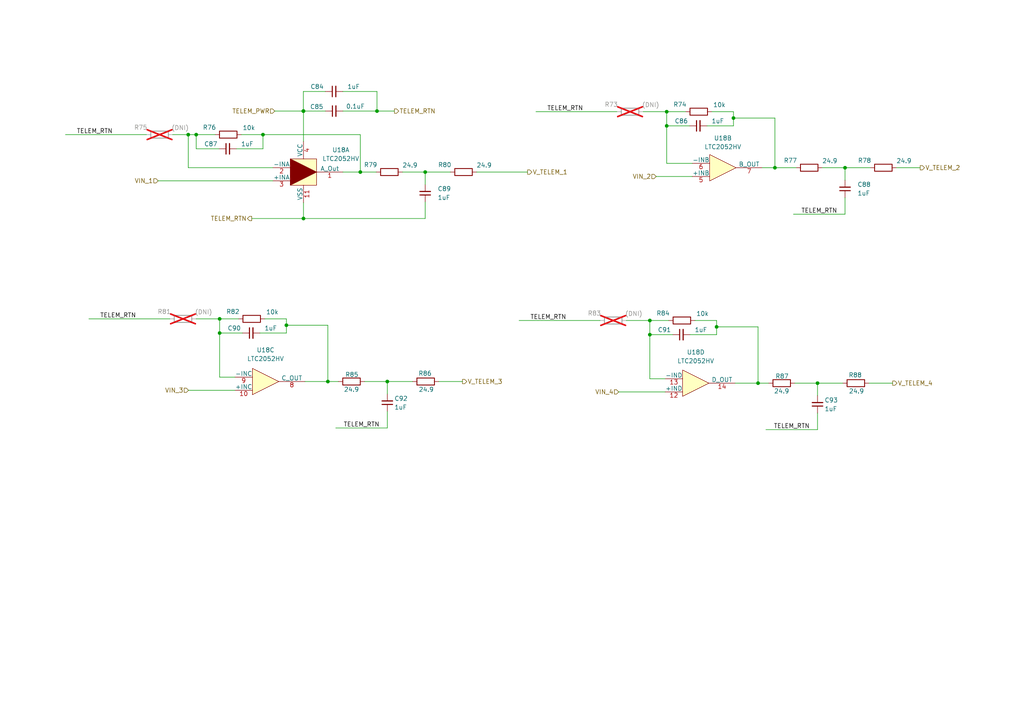
<source format=kicad_sch>
(kicad_sch
	(version 20250114)
	(generator "eeschema")
	(generator_version "9.0")
	(uuid "b8034d88-e85a-4408-bebd-e5fe15398b27")
	(paper "A4")
	(lib_symbols
		(symbol "Analog_Devices:LTC2052HVCS_PBF"
			(pin_names
				(offset 0)
			)
			(exclude_from_sim no)
			(in_bom yes)
			(on_board yes)
			(property "Reference" "U"
				(at 7.366 -2.286 0)
				(effects
					(font
						(size 1.27 1.27)
					)
				)
			)
			(property "Value" "LTC2052HV"
				(at 0 0 0)
				(effects
					(font
						(size 1.27 1.27)
					)
				)
			)
			(property "Footprint" "Analog_Dev:SO-14_S_LIT"
				(at 0 0 0)
				(effects
					(font
						(size 1.27 1.27)
					)
					(hide yes)
				)
			)
			(property "Datasheet" "https://www.analog.com/media/en/technical-documentation/data-sheets/20512fd.pdf"
				(at 0 0 0)
				(effects
					(font
						(size 1.27 1.27)
					)
					(hide yes)
				)
			)
			(property "Description" "IC OPAMP ZERO-DRIFT 4 CIRC 14SOIC"
				(at 0 0 0)
				(effects
					(font
						(size 1.27 1.27)
					)
					(hide yes)
				)
			)
			(property "Distributor" "Digi-Key"
				(at 0 0 0)
				(effects
					(font
						(size 1.27 1.27)
					)
					(hide yes)
				)
			)
			(property "Dist. Part Num" "LTC2052HVIS#PBF-ND"
				(at 0 0 0)
				(effects
					(font
						(size 1.27 1.27)
					)
					(hide yes)
				)
			)
			(property "Manufacturer" "Analog Devices Inc."
				(at 0 0 0)
				(effects
					(font
						(size 1.27 1.27)
					)
					(hide yes)
				)
			)
			(property "Man. Part Num" "LTC2052HVIS#PBF"
				(at 0 0 0)
				(effects
					(font
						(size 1.27 1.27)
					)
					(hide yes)
				)
			)
			(property "Part Type" "SMD"
				(at 0 0 0)
				(effects
					(font
						(size 1.27 1.27)
					)
					(hide yes)
				)
			)
			(property "Package" "14-SOIC"
				(at 0 0 0)
				(effects
					(font
						(size 1.27 1.27)
					)
					(hide yes)
				)
			)
			(property "Notes" ""
				(at 0 0 0)
				(effects
					(font
						(size 1.27 1.27)
					)
					(hide yes)
				)
			)
			(property "ki_locked" ""
				(at 0 0 0)
				(effects
					(font
						(size 1.27 1.27)
					)
				)
			)
			(symbol "LTC2052HVCS_PBF_1_1"
				(rectangle
					(start 0 7.62)
					(end 7.62 0)
					(stroke
						(width 0)
						(type default)
					)
					(fill
						(type background)
					)
				)
				(polyline
					(pts
						(xy 0 0) (xy 0 7.62) (xy 7.62 3.81) (xy 0 0)
					)
					(stroke
						(width 0)
						(type default)
					)
					(fill
						(type outline)
					)
				)
				(pin input line
					(at -5.08 5.08 0)
					(length 5.08)
					(name "-INA"
						(effects
							(font
								(size 1.27 1.27)
							)
						)
					)
					(number "2"
						(effects
							(font
								(size 1.27 1.27)
							)
						)
					)
				)
				(pin input line
					(at -5.08 1.27 0)
					(length 5.08)
					(name "+INA"
						(effects
							(font
								(size 1.27 1.27)
							)
						)
					)
					(number "3"
						(effects
							(font
								(size 1.27 1.27)
							)
						)
					)
				)
				(pin power_in line
					(at 3.81 12.7 270)
					(length 5.08)
					(name "VCC"
						(effects
							(font
								(size 1.27 1.27)
							)
						)
					)
					(number "4"
						(effects
							(font
								(size 1.27 1.27)
							)
						)
					)
				)
				(pin power_in line
					(at 3.81 -5.08 90)
					(length 5.08)
					(name "VSS"
						(effects
							(font
								(size 1.27 1.27)
							)
						)
					)
					(number "11"
						(effects
							(font
								(size 1.27 1.27)
							)
						)
					)
				)
				(pin output line
					(at 15.24 3.81 180)
					(length 7.62)
					(name "A_Out"
						(effects
							(font
								(size 1.27 1.27)
							)
						)
					)
					(number "1"
						(effects
							(font
								(size 1.27 1.27)
							)
						)
					)
				)
			)
			(symbol "LTC2052HVCS_PBF_2_1"
				(polyline
					(pts
						(xy 0 0) (xy 0 7.62) (xy 7.62 3.81) (xy 0 0)
					)
					(stroke
						(width 0)
						(type default)
					)
					(fill
						(type background)
					)
				)
				(pin input line
					(at -5.08 5.08 0)
					(length 5.08)
					(name "-INB"
						(effects
							(font
								(size 1.27 1.27)
							)
						)
					)
					(number "6"
						(effects
							(font
								(size 1.27 1.27)
							)
						)
					)
				)
				(pin input line
					(at -5.08 1.27 0)
					(length 5.08)
					(name "+INB"
						(effects
							(font
								(size 1.27 1.27)
							)
						)
					)
					(number "5"
						(effects
							(font
								(size 1.27 1.27)
							)
						)
					)
				)
				(pin output line
					(at 15.24 3.81 180)
					(length 7.62)
					(name "B_OUT"
						(effects
							(font
								(size 1.27 1.27)
							)
						)
					)
					(number "7"
						(effects
							(font
								(size 1.27 1.27)
							)
						)
					)
				)
			)
			(symbol "LTC2052HVCS_PBF_3_1"
				(polyline
					(pts
						(xy 0 0) (xy 0 7.62) (xy 7.62 3.81) (xy 0 0)
					)
					(stroke
						(width 0)
						(type default)
					)
					(fill
						(type background)
					)
				)
				(pin input line
					(at -5.08 5.08 0)
					(length 5.08)
					(name "-INC"
						(effects
							(font
								(size 1.27 1.27)
							)
						)
					)
					(number "9"
						(effects
							(font
								(size 1.27 1.27)
							)
						)
					)
				)
				(pin input line
					(at -5.08 1.27 0)
					(length 5.08)
					(name "+INC"
						(effects
							(font
								(size 1.27 1.27)
							)
						)
					)
					(number "10"
						(effects
							(font
								(size 1.27 1.27)
							)
						)
					)
				)
				(pin output line
					(at 15.24 3.81 180)
					(length 7.62)
					(name "C_OUT"
						(effects
							(font
								(size 1.27 1.27)
							)
						)
					)
					(number "8"
						(effects
							(font
								(size 1.27 1.27)
							)
						)
					)
				)
			)
			(symbol "LTC2052HVCS_PBF_4_1"
				(polyline
					(pts
						(xy 0 0) (xy 0 7.62) (xy 7.62 3.81) (xy 0 0)
					)
					(stroke
						(width 0)
						(type default)
					)
					(fill
						(type background)
					)
				)
				(pin input line
					(at -5.08 5.08 0)
					(length 5.08)
					(name "-IND"
						(effects
							(font
								(size 1.27 1.27)
							)
						)
					)
					(number "13"
						(effects
							(font
								(size 1.27 1.27)
							)
						)
					)
				)
				(pin input line
					(at -5.08 1.27 0)
					(length 5.08)
					(name "+IND"
						(effects
							(font
								(size 1.27 1.27)
							)
						)
					)
					(number "12"
						(effects
							(font
								(size 1.27 1.27)
							)
						)
					)
				)
				(pin output line
					(at 15.24 3.81 180)
					(length 7.62)
					(name "D_OUT"
						(effects
							(font
								(size 1.27 1.27)
							)
						)
					)
					(number "14"
						(effects
							(font
								(size 1.27 1.27)
							)
						)
					)
				)
			)
			(embedded_fonts no)
		)
		(symbol "Passive_Parts:C"
			(pin_numbers
				(hide yes)
			)
			(pin_names
				(offset 0)
				(hide yes)
			)
			(exclude_from_sim no)
			(in_bom yes)
			(on_board yes)
			(property "Reference" "C"
				(at 2.54 5.08 0)
				(effects
					(font
						(size 1.27 1.27)
					)
				)
			)
			(property "Value" ""
				(at 0 0 0)
				(effects
					(font
						(size 1.27 1.27)
					)
				)
			)
			(property "Footprint" ""
				(at 0 0 0)
				(effects
					(font
						(size 1.27 1.27)
					)
					(hide yes)
				)
			)
			(property "Datasheet" ""
				(at 0 0 0)
				(effects
					(font
						(size 1.27 1.27)
					)
					(hide yes)
				)
			)
			(property "Description" ""
				(at 0 0 0)
				(effects
					(font
						(size 1.27 1.27)
					)
					(hide yes)
				)
			)
			(property "Manufacturer" ""
				(at 0 0 0)
				(effects
					(font
						(size 1.27 1.27)
					)
					(hide yes)
				)
			)
			(property "Man. Part Num" ""
				(at 0 0 0)
				(effects
					(font
						(size 1.27 1.27)
					)
					(hide yes)
				)
			)
			(property "Distributor" "Digi-Key"
				(at 0 0 0)
				(effects
					(font
						(size 1.27 1.27)
					)
					(hide yes)
				)
			)
			(property "Dist. Part Num" ""
				(at 0 0 0)
				(effects
					(font
						(size 1.27 1.27)
					)
					(hide yes)
				)
			)
			(property "Package" ""
				(at 0 0 0)
				(effects
					(font
						(size 1.27 1.27)
					)
					(hide yes)
				)
			)
			(property "Part Type" "SMD"
				(at 0 0 0)
				(effects
					(font
						(size 1.27 1.27)
					)
					(hide yes)
				)
			)
			(property "Notes" ""
				(at 0 0 0)
				(effects
					(font
						(size 1.27 1.27)
					)
					(hide yes)
				)
			)
			(symbol "C_0_1"
				(polyline
					(pts
						(xy 2.032 1.016) (xy 2.032 4.064)
					)
					(stroke
						(width 0.3048)
						(type default)
					)
					(fill
						(type none)
					)
				)
				(polyline
					(pts
						(xy 3.048 1.016) (xy 3.048 4.064)
					)
					(stroke
						(width 0.3302)
						(type default)
					)
					(fill
						(type none)
					)
				)
			)
			(symbol "C_1_1"
				(pin passive line
					(at 0 2.54 0)
					(length 2.032)
					(name "~"
						(effects
							(font
								(size 1.27 1.27)
							)
						)
					)
					(number "1"
						(effects
							(font
								(size 1.27 1.27)
							)
						)
					)
				)
				(pin passive line
					(at 5.08 2.54 180)
					(length 2.032)
					(name "~"
						(effects
							(font
								(size 1.27 1.27)
							)
						)
					)
					(number "2"
						(effects
							(font
								(size 1.27 1.27)
							)
						)
					)
				)
			)
			(embedded_fonts no)
		)
		(symbol "Passive_Parts:R"
			(pin_numbers
				(hide yes)
			)
			(pin_names
				(offset 0)
				(hide yes)
			)
			(exclude_from_sim no)
			(in_bom yes)
			(on_board yes)
			(property "Reference" "R"
				(at 2.54 5.08 0)
				(effects
					(font
						(size 1.27 1.27)
					)
				)
			)
			(property "Value" ""
				(at 0 0 0)
				(effects
					(font
						(size 1.27 1.27)
					)
				)
			)
			(property "Footprint" ""
				(at 0 0 0)
				(effects
					(font
						(size 1.27 1.27)
					)
					(hide yes)
				)
			)
			(property "Datasheet" ""
				(at 0 0 0)
				(effects
					(font
						(size 1.27 1.27)
					)
					(hide yes)
				)
			)
			(property "Description" ""
				(at 0 0 0)
				(effects
					(font
						(size 1.27 1.27)
					)
					(hide yes)
				)
			)
			(property "Manufacturer" ""
				(at 0 0 0)
				(effects
					(font
						(size 1.27 1.27)
					)
					(hide yes)
				)
			)
			(property "Man. Part Num" ""
				(at 0 0 0)
				(effects
					(font
						(size 1.27 1.27)
					)
					(hide yes)
				)
			)
			(property "Distributor" "Digi-Key"
				(at 0 0 0)
				(effects
					(font
						(size 1.27 1.27)
					)
					(hide yes)
				)
			)
			(property "Dist. Part Num" ""
				(at 0 0 0)
				(effects
					(font
						(size 1.27 1.27)
					)
					(hide yes)
				)
			)
			(property "Part Type" "SMD"
				(at 0 0 0)
				(effects
					(font
						(size 1.27 1.27)
					)
					(hide yes)
				)
			)
			(property "Notes" ""
				(at 0 0 0)
				(effects
					(font
						(size 1.27 1.27)
					)
					(hide yes)
				)
			)
			(property "Package" ""
				(at 0 0 0)
				(effects
					(font
						(size 1.27 1.27)
					)
					(hide yes)
				)
			)
			(symbol "R_0_1"
				(rectangle
					(start 5.08 1.524)
					(end 0 3.556)
					(stroke
						(width 0.254)
						(type default)
					)
					(fill
						(type none)
					)
				)
			)
			(symbol "R_1_1"
				(pin passive line
					(at -1.27 2.54 0)
					(length 1.27)
					(name "~"
						(effects
							(font
								(size 1.27 1.27)
							)
						)
					)
					(number "1"
						(effects
							(font
								(size 1.27 1.27)
							)
						)
					)
				)
				(pin passive line
					(at 6.35 2.54 180)
					(length 1.27)
					(name "~"
						(effects
							(font
								(size 1.27 1.27)
							)
						)
					)
					(number "2"
						(effects
							(font
								(size 1.27 1.27)
							)
						)
					)
				)
			)
			(embedded_fonts no)
		)
	)
	(junction
		(at 63.7027 92.4856)
		(diameter 0)
		(color 0 0 0 0)
		(uuid "05f53911-973b-459c-933f-8e431aa088c8")
	)
	(junction
		(at 83.0688 94.3311)
		(diameter 0)
		(color 0 0 0 0)
		(uuid "135e0444-075b-4e67-8755-3f8ec2dc40b0")
	)
	(junction
		(at 88.021 32.2172)
		(diameter 0)
		(color 0 0 0 0)
		(uuid "2295e7a2-2c29-454e-b285-55c3d1eae9c4")
	)
	(junction
		(at 207.8417 94.8038)
		(diameter 0)
		(color 0 0 0 0)
		(uuid "23e53a52-f48c-41a8-81dc-c0446ef7ddce")
	)
	(junction
		(at 193.3696 32.3971)
		(diameter 0)
		(color 0 0 0 0)
		(uuid "2ad56861-b719-481d-b6e3-a5872698b436")
	)
	(junction
		(at 109.3413 32.2172)
		(diameter 0)
		(color 0 0 0 0)
		(uuid "39d70ce2-4e3f-4719-bf81-fa8d7b0602c2")
	)
	(junction
		(at 104.5078 49.9056)
		(diameter 0)
		(color 0 0 0 0)
		(uuid "484b5360-7c67-4a7c-98af-990e3758c227")
	)
	(junction
		(at 193.3696 36.5076)
		(diameter 0)
		(color 0 0 0 0)
		(uuid "4deba46e-a601-4699-9e83-f8ed5b3283de")
	)
	(junction
		(at 76.2724 39.0518)
		(diameter 0)
		(color 0 0 0 0)
		(uuid "52af48ef-87fd-4357-93e6-150425639b88")
	)
	(junction
		(at 88.021 63.3786)
		(diameter 0)
		(color 0 0 0 0)
		(uuid "567f235f-7187-42d0-84bc-c2b585843117")
	)
	(junction
		(at 237.1132 111.1329)
		(diameter 0)
		(color 0 0 0 0)
		(uuid "5a451343-dcf2-4c2d-8c7c-a2be8a1e68f6")
	)
	(junction
		(at 224.7568 48.6522)
		(diameter 0)
		(color 0 0 0 0)
		(uuid "5d729151-edff-43bc-a629-e561cc991672")
	)
	(junction
		(at 87.9859 32.2172)
		(diameter 0)
		(color 0 0 0 0)
		(uuid "71ebab66-3365-4873-bfc7-7bc6c12e7bbc")
	)
	(junction
		(at 219.8628 111.1329)
		(diameter 0)
		(color 0 0 0 0)
		(uuid "79a277a3-89e9-410f-ab9a-8eac2914bfea")
	)
	(junction
		(at 95.0899 110.6602)
		(diameter 0)
		(color 0 0 0 0)
		(uuid "7d9e7b19-1e33-4de0-b055-ee2c0b86b7c1")
	)
	(junction
		(at 188.4756 97.0688)
		(diameter 0)
		(color 0 0 0 0)
		(uuid "82482ac8-a098-473f-a6c0-b259a5b1c628")
	)
	(junction
		(at 112.3403 110.6602)
		(diameter 0)
		(color 0 0 0 0)
		(uuid "998786ce-0674-4c73-93d8-a04e1390b04b")
	)
	(junction
		(at 56.9063 39.0518)
		(diameter 0)
		(color 0 0 0 0)
		(uuid "a1c54497-2d5f-4ec7-8d09-b6069f16bd89")
	)
	(junction
		(at 63.7027 96.5961)
		(diameter 0)
		(color 0 0 0 0)
		(uuid "adfbaec5-8f50-463f-b4cf-d3ef41928225")
	)
	(junction
		(at 245.0911 48.6522)
		(diameter 0)
		(color 0 0 0 0)
		(uuid "b800deab-69fb-4785-8484-1ea68a18f489")
	)
	(junction
		(at 54.6026 39.0518)
		(diameter 0)
		(color 0 0 0 0)
		(uuid "c0737da8-b322-4616-ae4b-0e43a26b31df")
	)
	(junction
		(at 212.7357 34.2426)
		(diameter 0)
		(color 0 0 0 0)
		(uuid "c0a8f727-914d-4224-b4ed-40933e605a9f")
	)
	(junction
		(at 188.4756 92.9583)
		(diameter 0)
		(color 0 0 0 0)
		(uuid "ce0f3924-d66a-4867-80a7-cce3686b72d6")
	)
	(junction
		(at 123.3231 49.9056)
		(diameter 0)
		(color 0 0 0 0)
		(uuid "fd8480db-f14c-441a-b608-c7069c0a8f0d")
	)
	(wire
		(pts
			(xy 193.3696 36.5076) (xy 193.3696 32.3971)
		)
		(stroke
			(width 0)
			(type default)
		)
		(uuid "00c8cfd5-c155-4bd7-80e6-6d48f7f97ef9")
	)
	(wire
		(pts
			(xy 99.451 49.9056) (xy 104.5078 49.9056)
		)
		(stroke
			(width 0)
			(type default)
		)
		(uuid "04e3ca01-c0f8-421a-9573-2b009c34596e")
	)
	(wire
		(pts
			(xy 245.0911 48.6522) (xy 252.4008 48.6522)
		)
		(stroke
			(width 0)
			(type default)
		)
		(uuid "06f6d03c-8e0d-4ba2-9b01-ad269918f7d5")
	)
	(wire
		(pts
			(xy 260.0208 48.6522) (xy 266.8864 48.6522)
		)
		(stroke
			(width 0)
			(type default)
		)
		(uuid "071afc09-b36e-4ecb-82ef-a2b330374ec6")
	)
	(wire
		(pts
			(xy 56.9063 39.0518) (xy 62.3925 39.0518)
		)
		(stroke
			(width 0)
			(type default)
		)
		(uuid "075bacb1-2518-4d6f-aa31-4adf8acb6280")
	)
	(wire
		(pts
			(xy 88.021 58.7956) (xy 88.021 63.3786)
		)
		(stroke
			(width 0)
			(type default)
		)
		(uuid "07fe1d71-c91c-4d4d-b179-3e68743d1cc4")
	)
	(wire
		(pts
			(xy 252.0429 111.1329) (xy 258.9085 111.1329)
		)
		(stroke
			(width 0)
			(type default)
		)
		(uuid "09f40de9-025f-446e-9691-bb0ad609b55c")
	)
	(wire
		(pts
			(xy 195.092 97.0688) (xy 188.4756 97.0688)
		)
		(stroke
			(width 0)
			(type default)
		)
		(uuid "0bc1a130-524b-469f-8202-a79b21300491")
	)
	(wire
		(pts
			(xy 56.9063 43.1623) (xy 56.9063 39.0518)
		)
		(stroke
			(width 0)
			(type default)
		)
		(uuid "0f25a71b-0f52-4c25-bec0-1cc492f1548f")
	)
	(wire
		(pts
			(xy 79.131 48.6356) (xy 54.6026 48.6356)
		)
		(stroke
			(width 0)
			(type default)
		)
		(uuid "11e1dfac-9454-414d-849a-ce632b122391")
	)
	(wire
		(pts
			(xy 109.3413 26.536) (xy 109.3413 32.2172)
		)
		(stroke
			(width 0)
			(type default)
		)
		(uuid "135cb263-e21a-4381-b2e4-712c6c2e7f55")
	)
	(wire
		(pts
			(xy 88.4592 110.6602) (xy 95.0899 110.6602)
		)
		(stroke
			(width 0)
			(type default)
		)
		(uuid "16b19b8f-a54c-4da7-ba33-a79da03b66c7")
	)
	(wire
		(pts
			(xy 207.8417 94.8038) (xy 219.8628 94.8038)
		)
		(stroke
			(width 0)
			(type default)
		)
		(uuid "197af202-50da-4952-8191-26286dd348bc")
	)
	(wire
		(pts
			(xy 95.0899 110.6602) (xy 98.1428 110.6602)
		)
		(stroke
			(width 0)
			(type default)
		)
		(uuid "1f25eb1f-0091-4803-b4ac-0d8122f24587")
	)
	(wire
		(pts
			(xy 75.3991 96.5961) (xy 83.0688 96.5961)
		)
		(stroke
			(width 0)
			(type default)
		)
		(uuid "1f4e0f93-ba66-498d-9bf5-06ed619c991c")
	)
	(wire
		(pts
			(xy 213.2321 111.1329) (xy 219.8628 111.1329)
		)
		(stroke
			(width 0)
			(type default)
		)
		(uuid "22f5e720-d2d4-40e7-b40a-73c0bb8bb84b")
	)
	(wire
		(pts
			(xy 186.552 32.3971) (xy 193.3696 32.3971)
		)
		(stroke
			(width 0)
			(type default)
		)
		(uuid "268a726a-4d7d-427e-b77f-707aecb381d3")
	)
	(wire
		(pts
			(xy 192.9121 113.6729) (xy 179.4519 113.6729)
		)
		(stroke
			(width 0)
			(type default)
		)
		(uuid "27d7b597-38a8-4a4f-b16d-fad6576816a5")
	)
	(wire
		(pts
			(xy 181.658 92.9583) (xy 188.4756 92.9583)
		)
		(stroke
			(width 0)
			(type default)
		)
		(uuid "2aa7c541-7238-4b19-9738-6c95871c4619")
	)
	(wire
		(pts
			(xy 245.0911 52.2501) (xy 245.0911 48.6522)
		)
		(stroke
			(width 0)
			(type default)
		)
		(uuid "2ab0e108-234c-4af3-adb6-8c5b1fa672af")
	)
	(wire
		(pts
			(xy 193.3696 32.3971) (xy 198.8558 32.3971)
		)
		(stroke
			(width 0)
			(type default)
		)
		(uuid "2abd9044-320a-442d-839e-c3a233d359c4")
	)
	(wire
		(pts
			(xy 116.7456 49.9056) (xy 123.3231 49.9056)
		)
		(stroke
			(width 0)
			(type default)
		)
		(uuid "2ad2317d-17b3-4f73-bb01-f796bbb3447f")
	)
	(wire
		(pts
			(xy 63.7027 96.5961) (xy 63.7027 92.4856)
		)
		(stroke
			(width 0)
			(type default)
		)
		(uuid "2b889b3e-4ef0-4447-acc1-07625b503d97")
	)
	(wire
		(pts
			(xy 123.3231 53.5035) (xy 123.3231 49.9056)
		)
		(stroke
			(width 0)
			(type default)
		)
		(uuid "2bb455c8-ad70-41e0-ad5e-6f08bf24b572")
	)
	(wire
		(pts
			(xy 99.4617 32.2172) (xy 109.3413 32.2172)
		)
		(stroke
			(width 0)
			(type default)
		)
		(uuid "2c360fa2-646c-468f-b215-0e97c5da9e4e")
	)
	(wire
		(pts
			(xy 63.5227 43.1623) (xy 56.9063 43.1623)
		)
		(stroke
			(width 0)
			(type default)
		)
		(uuid "2e0535b4-9be5-42e1-976b-4908cb7a6137")
	)
	(wire
		(pts
			(xy 104.5078 49.9056) (xy 109.1256 49.9056)
		)
		(stroke
			(width 0)
			(type default)
		)
		(uuid "34b58c66-72ad-44d7-b024-0b1a8a224573")
	)
	(wire
		(pts
			(xy 188.4756 97.0688) (xy 188.4756 92.9583)
		)
		(stroke
			(width 0)
			(type default)
		)
		(uuid "3ad0f527-2a27-4c58-85f9-755737929035")
	)
	(wire
		(pts
			(xy 237.1132 124.6059) (xy 237.1132 119.8108)
		)
		(stroke
			(width 0)
			(type default)
		)
		(uuid "3b518b60-9a83-479c-bf08-605ef8b94288")
	)
	(wire
		(pts
			(xy 212.7357 36.5076) (xy 212.7357 34.2426)
		)
		(stroke
			(width 0)
			(type default)
		)
		(uuid "3b7259d5-1c00-4e12-90b4-8708b2521d50")
	)
	(wire
		(pts
			(xy 88.021 41.0156) (xy 88.021 32.2172)
		)
		(stroke
			(width 0)
			(type default)
		)
		(uuid "3c406da0-ad6f-40e4-8b99-92442f32bb2a")
	)
	(wire
		(pts
			(xy 109.3413 32.2172) (xy 114.3937 32.2172)
		)
		(stroke
			(width 0)
			(type default)
		)
		(uuid "3dc40f27-2077-4fd7-b7aa-8711db53f6ec")
	)
	(wire
		(pts
			(xy 95.0899 94.3311) (xy 95.0899 110.6602)
		)
		(stroke
			(width 0)
			(type default)
		)
		(uuid "431e42a7-6fab-49b9-960e-c0dd316f9c7c")
	)
	(wire
		(pts
			(xy 219.8628 94.8038) (xy 219.8628 111.1329)
		)
		(stroke
			(width 0)
			(type default)
		)
		(uuid "4815beb4-b03e-4001-a158-042eb963d8ce")
	)
	(wire
		(pts
			(xy 138.2528 49.9056) (xy 153.0096 49.9056)
		)
		(stroke
			(width 0)
			(type default)
		)
		(uuid "4825bb01-f8a2-4114-b7f7-c6026cbf3fcc")
	)
	(wire
		(pts
			(xy 83.0688 94.3311) (xy 95.0899 94.3311)
		)
		(stroke
			(width 0)
			(type default)
		)
		(uuid "4a42578e-14cd-493a-9855-27ce3dfd4cb2")
	)
	(wire
		(pts
			(xy 123.3231 49.9056) (xy 130.6328 49.9056)
		)
		(stroke
			(width 0)
			(type default)
		)
		(uuid "4c1ca49e-8673-4184-9251-ce787d430a9c")
	)
	(wire
		(pts
			(xy 123.3231 63.3786) (xy 123.3231 58.5835)
		)
		(stroke
			(width 0)
			(type default)
		)
		(uuid "4c70d2c9-9c07-43ed-a368-c44ea6d47565")
	)
	(wire
		(pts
			(xy 76.8089 92.4856) (xy 83.0688 92.4856)
		)
		(stroke
			(width 0)
			(type default)
		)
		(uuid "4d7b210b-3366-4777-96dd-f719425658de")
	)
	(wire
		(pts
			(xy 127.27 110.6602) (xy 134.1356 110.6602)
		)
		(stroke
			(width 0)
			(type default)
		)
		(uuid "4e97259e-62dd-46bd-852d-ad2dc05f7a0c")
	)
	(wire
		(pts
			(xy 224.7568 48.6522) (xy 230.8936 48.6522)
		)
		(stroke
			(width 0)
			(type default)
		)
		(uuid "565eebe4-b70d-400b-af4b-7b3e2b3d2230")
	)
	(wire
		(pts
			(xy 112.3403 124.1332) (xy 97.3718 124.1332)
		)
		(stroke
			(width 0)
			(type default)
		)
		(uuid "582b48de-493d-44e7-b4e9-36a9af6100dc")
	)
	(wire
		(pts
			(xy 70.0125 39.0518) (xy 76.2724 39.0518)
		)
		(stroke
			(width 0)
			(type default)
		)
		(uuid "5cfad849-a87f-4342-9e86-8ce17f58d219")
	)
	(wire
		(pts
			(xy 193.3696 47.3822) (xy 193.3696 36.5076)
		)
		(stroke
			(width 0)
			(type default)
		)
		(uuid "65a69198-7efc-4c78-8963-bc849c05e2ee")
	)
	(wire
		(pts
			(xy 79.6921 32.2172) (xy 87.9859 32.2172)
		)
		(stroke
			(width 0)
			(type default)
		)
		(uuid "65f5abfe-0059-462e-8a42-3470c9b97bb0")
	)
	(wire
		(pts
			(xy 63.7027 92.4856) (xy 69.1889 92.4856)
		)
		(stroke
			(width 0)
			(type default)
		)
		(uuid "71f7326c-71b9-4f92-b289-06d7466f5319")
	)
	(wire
		(pts
			(xy 238.5136 48.6522) (xy 245.0911 48.6522)
		)
		(stroke
			(width 0)
			(type default)
		)
		(uuid "740e7f06-6477-4347-af57-a1995689fa5a")
	)
	(wire
		(pts
			(xy 76.2724 43.1623) (xy 76.2724 39.0518)
		)
		(stroke
			(width 0)
			(type default)
		)
		(uuid "7456af2e-9e7e-45d6-bb4f-7909380c8e2a")
	)
	(wire
		(pts
			(xy 99.4294 26.536) (xy 109.3413 26.536)
		)
		(stroke
			(width 0)
			(type default)
		)
		(uuid "76f50010-17f0-4b9d-b976-b1565120c4f8")
	)
	(wire
		(pts
			(xy 230.5357 111.1329) (xy 237.1132 111.1329)
		)
		(stroke
			(width 0)
			(type default)
		)
		(uuid "77b0f047-30d8-4c80-a9f7-860dbc62d186")
	)
	(wire
		(pts
			(xy 68.6027 43.1623) (xy 76.2724 43.1623)
		)
		(stroke
			(width 0)
			(type default)
		)
		(uuid "7d069e5b-92f5-4735-875f-05fb2aba3ed4")
	)
	(wire
		(pts
			(xy 25.7747 92.4856) (xy 49.2651 92.4856)
		)
		(stroke
			(width 0)
			(type default)
		)
		(uuid "7f3684ea-2f47-4e2c-9272-863dbd4982bb")
	)
	(wire
		(pts
			(xy 224.7568 34.2426) (xy 224.7568 48.6522)
		)
		(stroke
			(width 0)
			(type default)
		)
		(uuid "85b15ace-5d68-49a9-805e-e214fc32e62d")
	)
	(wire
		(pts
			(xy 105.7628 110.6602) (xy 112.3403 110.6602)
		)
		(stroke
			(width 0)
			(type default)
		)
		(uuid "8887b9ea-0d6f-4525-90f1-c73d1f704e07")
	)
	(wire
		(pts
			(xy 88.021 32.2172) (xy 94.3817 32.2172)
		)
		(stroke
			(width 0)
			(type default)
		)
		(uuid "8aee22ea-14f6-4dde-8d6c-0c2d5226d01a")
	)
	(wire
		(pts
			(xy 54.6026 39.0518) (xy 50.0887 39.0518)
		)
		(stroke
			(width 0)
			(type default)
		)
		(uuid "8c054946-1264-47e6-be39-893b2a349856")
	)
	(wire
		(pts
			(xy 70.3191 96.5961) (xy 63.7027 96.5961)
		)
		(stroke
			(width 0)
			(type default)
		)
		(uuid "8c937378-2ac9-4b03-97aa-fe0281902d1f")
	)
	(wire
		(pts
			(xy 237.1132 114.7308) (xy 237.1132 111.1329)
		)
		(stroke
			(width 0)
			(type default)
		)
		(uuid "914845d9-72bf-4f5b-ba23-e57598ec5006")
	)
	(wire
		(pts
			(xy 54.6026 39.0518) (xy 54.6026 48.6356)
		)
		(stroke
			(width 0)
			(type default)
		)
		(uuid "91713181-169a-4553-983e-bf0f4a40bb60")
	)
	(wire
		(pts
			(xy 63.7027 109.3902) (xy 63.7027 96.5961)
		)
		(stroke
			(width 0)
			(type default)
		)
		(uuid "94ce2a2f-f692-483d-aad4-0e06ab8eb434")
	)
	(wire
		(pts
			(xy 212.7357 34.2426) (xy 212.7357 32.3971)
		)
		(stroke
			(width 0)
			(type default)
		)
		(uuid "95e5185c-1e0c-4998-83e7-b31eb20b7a88")
	)
	(wire
		(pts
			(xy 112.3403 124.1332) (xy 112.3403 119.3381)
		)
		(stroke
			(width 0)
			(type default)
		)
		(uuid "96c4fd46-2fc5-47d1-ac61-fd28b5e6dab6")
	)
	(wire
		(pts
			(xy 54.6026 39.0518) (xy 56.9063 39.0518)
		)
		(stroke
			(width 0)
			(type default)
		)
		(uuid "9b0541c1-7595-409a-b7a8-f156519701bf")
	)
	(wire
		(pts
			(xy 245.0911 62.1252) (xy 245.0911 57.3301)
		)
		(stroke
			(width 0)
			(type default)
		)
		(uuid "a3a1d0d0-8d0e-4e6c-9097-fba385e4a9a7")
	)
	(wire
		(pts
			(xy 88.021 63.3786) (xy 123.3231 63.3786)
		)
		(stroke
			(width 0)
			(type default)
		)
		(uuid "a3ce0743-de53-4704-ae69-6bec9f02cbe2")
	)
	(wire
		(pts
			(xy 68.1392 113.2002) (xy 54.679 113.2002)
		)
		(stroke
			(width 0)
			(type default)
		)
		(uuid "a748a8a3-17c1-4980-bf4b-fe6440b1de18")
	)
	(wire
		(pts
			(xy 87.9859 26.536) (xy 94.3494 26.536)
		)
		(stroke
			(width 0)
			(type default)
		)
		(uuid "a9ee29f7-7a1c-4979-a047-cb81720b42da")
	)
	(wire
		(pts
			(xy 112.3403 110.6602) (xy 119.65 110.6602)
		)
		(stroke
			(width 0)
			(type default)
		)
		(uuid "aa94fcc4-1e95-4b60-8d03-aa115c26f4a7")
	)
	(wire
		(pts
			(xy 199.986 36.5076) (xy 193.3696 36.5076)
		)
		(stroke
			(width 0)
			(type default)
		)
		(uuid "ac7e1ef2-82e1-425b-8225-615cf940c330")
	)
	(wire
		(pts
			(xy 76.2724 39.0518) (xy 104.5078 39.0518)
		)
		(stroke
			(width 0)
			(type default)
		)
		(uuid "acdc2de7-b8fc-44d5-879c-e0e4bbf9e452")
	)
	(wire
		(pts
			(xy 237.1132 111.1329) (xy 244.4229 111.1329)
		)
		(stroke
			(width 0)
			(type default)
		)
		(uuid "b1dbf50a-82a0-490b-b963-f668538433ce")
	)
	(wire
		(pts
			(xy 68.1392 109.3902) (xy 63.7027 109.3902)
		)
		(stroke
			(width 0)
			(type default)
		)
		(uuid "b2502c8b-d8ab-4bae-b814-c06541ca646d")
	)
	(wire
		(pts
			(xy 87.9859 32.2172) (xy 88.021 32.2172)
		)
		(stroke
			(width 0)
			(type default)
		)
		(uuid "b44d611b-610e-4768-8f56-da41225c9d26")
	)
	(wire
		(pts
			(xy 207.8417 94.8038) (xy 207.8417 92.9583)
		)
		(stroke
			(width 0)
			(type default)
		)
		(uuid "b6831f52-8d70-470d-9582-164e11d8374b")
	)
	(wire
		(pts
			(xy 219.8628 111.1329) (xy 222.9157 111.1329)
		)
		(stroke
			(width 0)
			(type default)
		)
		(uuid "bb5bcf32-2465-4508-9b0c-8a91734b7ea8")
	)
	(wire
		(pts
			(xy 79.131 52.4456) (xy 45.8731 52.4456)
		)
		(stroke
			(width 0)
			(type default)
		)
		(uuid "bdee2c08-c066-47a1-86d4-a4113899e3c7")
	)
	(wire
		(pts
			(xy 188.4756 92.9583) (xy 193.9618 92.9583)
		)
		(stroke
			(width 0)
			(type default)
		)
		(uuid "bfd09ccf-d6ff-4d40-a2ca-5071647aa8fa")
	)
	(wire
		(pts
			(xy 73.01 63.3786) (xy 88.021 63.3786)
		)
		(stroke
			(width 0)
			(type default)
		)
		(uuid "c74f21ab-8261-4132-b9d4-f8621a9f1967")
	)
	(wire
		(pts
			(xy 200.172 97.0688) (xy 207.8417 97.0688)
		)
		(stroke
			(width 0)
			(type default)
		)
		(uuid "cb2ae7aa-53d7-45cb-a017-a23faee54a00")
	)
	(wire
		(pts
			(xy 245.0911 62.1252) (xy 230.1226 62.1252)
		)
		(stroke
			(width 0)
			(type default)
		)
		(uuid "d04e9eed-165d-43ec-a07a-0b94f9b99781")
	)
	(wire
		(pts
			(xy 237.1132 124.6059) (xy 222.1447 124.6059)
		)
		(stroke
			(width 0)
			(type default)
		)
		(uuid "d0b66f38-e16f-4535-98e7-8a6d93130477")
	)
	(wire
		(pts
			(xy 200.7776 47.3822) (xy 193.3696 47.3822)
		)
		(stroke
			(width 0)
			(type default)
		)
		(uuid "d3f7c650-cfa1-467b-84d2-9666867e0fde")
	)
	(wire
		(pts
			(xy 201.5818 92.9583) (xy 207.8417 92.9583)
		)
		(stroke
			(width 0)
			(type default)
		)
		(uuid "d41e5eea-ee62-4eb6-9c1d-1de642544e64")
	)
	(wire
		(pts
			(xy 83.0688 96.5961) (xy 83.0688 94.3311)
		)
		(stroke
			(width 0)
			(type default)
		)
		(uuid "d5dcd80c-e578-478b-9dc6-dbd912d8b45f")
	)
	(wire
		(pts
			(xy 155.4416 32.3971) (xy 178.932 32.3971)
		)
		(stroke
			(width 0)
			(type default)
		)
		(uuid "d6ac50c0-4ff7-4062-8736-0a20d7c1e720")
	)
	(wire
		(pts
			(xy 221.0976 48.6522) (xy 224.7568 48.6522)
		)
		(stroke
			(width 0)
			(type default)
		)
		(uuid "d878149a-f86c-435b-af80-257d085afe87")
	)
	(wire
		(pts
			(xy 112.3403 114.2581) (xy 112.3403 110.6602)
		)
		(stroke
			(width 0)
			(type default)
		)
		(uuid "d9f24305-b17e-4d4e-97f4-b536eb260491")
	)
	(wire
		(pts
			(xy 207.8417 97.0688) (xy 207.8417 94.8038)
		)
		(stroke
			(width 0)
			(type default)
		)
		(uuid "db468d39-e907-4166-82e9-96424b711556")
	)
	(wire
		(pts
			(xy 205.066 36.5076) (xy 212.7357 36.5076)
		)
		(stroke
			(width 0)
			(type default)
		)
		(uuid "e123c624-d3e8-4fbf-87c8-1021ae74bb50")
	)
	(wire
		(pts
			(xy 56.8851 92.4856) (xy 63.7027 92.4856)
		)
		(stroke
			(width 0)
			(type default)
		)
		(uuid "e2019908-b2fb-4a0f-916c-b4f0cb3edc5f")
	)
	(wire
		(pts
			(xy 87.9859 32.2172) (xy 87.9859 26.536)
		)
		(stroke
			(width 0)
			(type default)
		)
		(uuid "e2e44c6a-f041-4998-9d98-e5c5641ab9f1")
	)
	(wire
		(pts
			(xy 200.7776 51.1922) (xy 190.3174 51.1922)
		)
		(stroke
			(width 0)
			(type default)
		)
		(uuid "e91ece0c-15e2-404d-a377-f0f10a11bed7")
	)
	(wire
		(pts
			(xy 150.5476 92.9583) (xy 174.038 92.9583)
		)
		(stroke
			(width 0)
			(type default)
		)
		(uuid "e946ce1b-8205-474b-9b82-0321ec5e6547")
	)
	(wire
		(pts
			(xy 206.4758 32.3971) (xy 212.7357 32.3971)
		)
		(stroke
			(width 0)
			(type default)
		)
		(uuid "edefab52-5c9b-45ed-8490-881e63240d88")
	)
	(wire
		(pts
			(xy 192.9121 109.8629) (xy 188.4756 109.8629)
		)
		(stroke
			(width 0)
			(type default)
		)
		(uuid "f0936fa4-a0d7-4857-9a2d-03a48ea1f990")
	)
	(wire
		(pts
			(xy 212.7357 34.2426) (xy 224.7568 34.2426)
		)
		(stroke
			(width 0)
			(type default)
		)
		(uuid "f1741077-6e8c-4cd7-adbc-9d1cdc0c10fd")
	)
	(wire
		(pts
			(xy 104.5078 39.0518) (xy 104.5078 49.9056)
		)
		(stroke
			(width 0)
			(type default)
		)
		(uuid "f1d13e67-8e81-4ae8-9508-a9598e994cf6")
	)
	(wire
		(pts
			(xy 18.9783 39.0518) (xy 42.4687 39.0518)
		)
		(stroke
			(width 0)
			(type default)
		)
		(uuid "f334dc44-3c4a-42dd-8b99-ffdd44bf4aec")
	)
	(wire
		(pts
			(xy 188.4756 109.8629) (xy 188.4756 97.0688)
		)
		(stroke
			(width 0)
			(type default)
		)
		(uuid "f57ef1d9-83d0-4889-9605-099ca8743f84")
	)
	(wire
		(pts
			(xy 83.0688 94.3311) (xy 83.0688 92.4856)
		)
		(stroke
			(width 0)
			(type default)
		)
		(uuid "f6ec4d18-ce3a-4ae8-97da-c719c96a3c8b")
	)
	(label "TELEM_RTN"
		(at 153.7833 92.9583 0)
		(effects
			(font
				(size 1.27 1.27)
			)
			(justify left bottom)
		)
		(uuid "0c934c63-5a1c-49d5-b2ac-9404edb64d64")
	)
	(label "TELEM_RTN"
		(at 224.3917 124.6059 0)
		(effects
			(font
				(size 1.27 1.27)
			)
			(justify left bottom)
		)
		(uuid "2cdec91c-e773-432e-aafe-4b24c6cfb38e")
	)
	(label "TELEM_RTN"
		(at 158.6773 32.3971 0)
		(effects
			(font
				(size 1.27 1.27)
			)
			(justify left bottom)
		)
		(uuid "4a7eb0be-465f-4122-b896-0d6e22862c3c")
	)
	(label "TELEM_RTN"
		(at 232.3696 62.1252 0)
		(effects
			(font
				(size 1.27 1.27)
			)
			(justify left bottom)
		)
		(uuid "8e2f62bc-b699-4dcf-860a-26b28e0f4613")
	)
	(label "TELEM_RTN"
		(at 22.214 39.0518 0)
		(effects
			(font
				(size 1.27 1.27)
			)
			(justify left bottom)
		)
		(uuid "ac616065-06e3-474b-b6a3-73619c371f94")
	)
	(label "TELEM_RTN"
		(at 29.0104 92.4856 0)
		(effects
			(font
				(size 1.27 1.27)
			)
			(justify left bottom)
		)
		(uuid "b5887898-aaf3-4c2d-aea5-f19f8bff99ca")
	)
	(label "TELEM_RTN"
		(at 99.6188 124.1332 0)
		(effects
			(font
				(size 1.27 1.27)
			)
			(justify left bottom)
		)
		(uuid "db3e8864-9e7c-4c69-88e7-62496550a3f5")
	)
	(hierarchical_label "TELEM_RTN"
		(shape output)
		(at 114.3937 32.2172 0)
		(effects
			(font
				(size 1.27 1.27)
			)
			(justify left)
		)
		(uuid "099e04fc-ee42-4b8d-ae03-75b23baa9ed8")
	)
	(hierarchical_label "TELEM_RTN"
		(shape output)
		(at 73.01 63.3786 180)
		(effects
			(font
				(size 1.27 1.27)
			)
			(justify right)
		)
		(uuid "322d9333-e8e2-4222-ba35-af2f875c79a6")
	)
	(hierarchical_label "VIN_4"
		(shape input)
		(at 179.4519 113.6729 180)
		(effects
			(font
				(size 1.27 1.27)
			)
			(justify right)
		)
		(uuid "49d74e5d-7ffc-4c04-b8c9-3d7f84169f41")
	)
	(hierarchical_label "V_TELEM_4"
		(shape output)
		(at 258.9085 111.1329 0)
		(effects
			(font
				(size 1.27 1.27)
			)
			(justify left)
		)
		(uuid "57aabe7a-fe8b-409f-a003-002111c6c87f")
	)
	(hierarchical_label "V_TELEM_2"
		(shape output)
		(at 266.8864 48.6522 0)
		(effects
			(font
				(size 1.27 1.27)
			)
			(justify left)
		)
		(uuid "5a2fde28-5fad-42a3-899e-41051f4f833c")
	)
	(hierarchical_label "V_TELEM_3"
		(shape output)
		(at 134.1356 110.6602 0)
		(effects
			(font
				(size 1.27 1.27)
			)
			(justify left)
		)
		(uuid "668a5dce-dae1-4fc6-b931-0307f20542da")
	)
	(hierarchical_label "TELEM_PWR"
		(shape input)
		(at 79.6921 32.2172 180)
		(effects
			(font
				(size 1.27 1.27)
			)
			(justify right)
		)
		(uuid "73a81ec7-e892-4ec1-a40e-48d4db2c19fc")
	)
	(hierarchical_label "VIN_3"
		(shape input)
		(at 54.679 113.2002 180)
		(effects
			(font
				(size 1.27 1.27)
			)
			(justify right)
		)
		(uuid "861cd503-e71c-4a4e-9bf9-2496294effe6")
	)
	(hierarchical_label "V_TELEM_1"
		(shape output)
		(at 153.0096 49.9056 0)
		(effects
			(font
				(size 1.27 1.27)
			)
			(justify left)
		)
		(uuid "b86cf015-6911-4785-ac0b-c4df6d5c3a5c")
	)
	(hierarchical_label "VIN_2"
		(shape input)
		(at 190.3174 51.1922 180)
		(effects
			(font
				(size 1.27 1.27)
			)
			(justify right)
		)
		(uuid "f8ac974d-6765-4de0-b3f9-aa2aedeb7877")
	)
	(hierarchical_label "VIN_1"
		(shape input)
		(at 45.8731 52.4456 180)
		(effects
			(font
				(size 1.27 1.27)
			)
			(justify right)
		)
		(uuid "fd6d2a2b-a0a8-4056-8ebb-bca16b0b7953")
	)
	(symbol
		(lib_id "Passive_Parts:C")
		(at 125.8631 58.5835 90)
		(unit 1)
		(exclude_from_sim no)
		(in_bom yes)
		(on_board yes)
		(dnp no)
		(fields_autoplaced yes)
		(uuid "07d17057-7145-4fbd-9a41-2bd51c1b5567")
		(property "Reference" "C89"
			(at 126.9159 54.767 90)
			(effects
				(font
					(size 1.27 1.27)
				)
				(justify right)
			)
		)
		(property "Value" "1uF"
			(at 126.9159 57.307 90)
			(effects
				(font
					(size 1.27 1.27)
				)
				(justify right)
			)
		)
		(property "Footprint" "Capacitor_SMD:C_0603_1608Metric"
			(at 125.8631 58.5835 0)
			(effects
				(font
					(size 1.27 1.27)
				)
				(hide yes)
			)
		)
		(property "Datasheet" "https://mm.digikey.com/Volume0/opasdata/d220001/medias/docus/3584/CL10B105KP8NNNC_Spec.pdf"
			(at 125.8631 58.5835 0)
			(effects
				(font
					(size 1.27 1.27)
				)
				(hide yes)
			)
		)
		(property "Description" "1 µF ±10% 10V Ceramic Capacitor X7R 0603 (1608 Metric)"
			(at 125.8631 58.5835 0)
			(effects
				(font
					(size 1.27 1.27)
				)
				(hide yes)
			)
		)
		(property "Manufacturer" "Samsung Electro-Mechanics"
			(at 125.8631 58.5835 0)
			(effects
				(font
					(size 1.27 1.27)
				)
				(hide yes)
			)
		)
		(property "Man. Part Num" "CL10B105KP8NNNC"
			(at 125.8631 58.5835 0)
			(effects
				(font
					(size 1.27 1.27)
				)
				(hide yes)
			)
		)
		(property "Distributor" "Digi-Key"
			(at 125.8631 58.5835 0)
			(effects
				(font
					(size 1.27 1.27)
				)
				(hide yes)
			)
		)
		(property "Dist. Part Num" "1276-1946-1-ND"
			(at 125.8631 58.5835 0)
			(effects
				(font
					(size 1.27 1.27)
				)
				(hide yes)
			)
		)
		(property "Package" "0603 (1608 Metric)"
			(at 125.8631 58.5835 0)
			(effects
				(font
					(size 1.27 1.27)
				)
				(hide yes)
			)
		)
		(property "Part Type" "SMD"
			(at 125.8631 58.5835 0)
			(effects
				(font
					(size 1.27 1.27)
				)
				(hide yes)
			)
		)
		(property "Notes" ""
			(at 125.8631 58.5835 0)
			(effects
				(font
					(size 1.27 1.27)
				)
				(hide yes)
			)
		)
		(pin "1"
			(uuid "1caece7b-03b6-4071-8c48-ccbc4926cf77")
		)
		(pin "2"
			(uuid "cb27754a-b495-4a69-9ebe-fb684d63ed39")
		)
		(instances
			(project "GRAMS_CPU_PDU"
				(path "/55dc6af3-8895-4b35-aaf0-b3810c84e0eb/0f722665-c262-4447-ac8d-0b3141c51f2e/1f7aff59-3a35-4cb5-85c9-1c303505b6ba"
					(reference "C89")
					(unit 1)
				)
				(path "/55dc6af3-8895-4b35-aaf0-b3810c84e0eb/0f722665-c262-4447-ac8d-0b3141c51f2e/f16e8ade-abf3-4f4f-b4df-3b788cff808a"
					(reference "C99")
					(unit 1)
				)
			)
		)
	)
	(symbol
		(lib_id "Passive_Parts:C")
		(at 247.6311 57.3301 90)
		(unit 1)
		(exclude_from_sim no)
		(in_bom yes)
		(on_board yes)
		(dnp no)
		(fields_autoplaced yes)
		(uuid "0a241338-6321-4055-b70c-824cd740484b")
		(property "Reference" "C88"
			(at 248.6839 53.5136 90)
			(effects
				(font
					(size 1.27 1.27)
				)
				(justify right)
			)
		)
		(property "Value" "1uF"
			(at 248.6839 56.0536 90)
			(effects
				(font
					(size 1.27 1.27)
				)
				(justify right)
			)
		)
		(property "Footprint" "Capacitor_SMD:C_0603_1608Metric"
			(at 247.6311 57.3301 0)
			(effects
				(font
					(size 1.27 1.27)
				)
				(hide yes)
			)
		)
		(property "Datasheet" "https://mm.digikey.com/Volume0/opasdata/d220001/medias/docus/3584/CL10B105KP8NNNC_Spec.pdf"
			(at 247.6311 57.3301 0)
			(effects
				(font
					(size 1.27 1.27)
				)
				(hide yes)
			)
		)
		(property "Description" "1 µF ±10% 10V Ceramic Capacitor X7R 0603 (1608 Metric)"
			(at 247.6311 57.3301 0)
			(effects
				(font
					(size 1.27 1.27)
				)
				(hide yes)
			)
		)
		(property "Manufacturer" "Samsung Electro-Mechanics"
			(at 247.6311 57.3301 0)
			(effects
				(font
					(size 1.27 1.27)
				)
				(hide yes)
			)
		)
		(property "Man. Part Num" "CL10B105KP8NNNC"
			(at 247.6311 57.3301 0)
			(effects
				(font
					(size 1.27 1.27)
				)
				(hide yes)
			)
		)
		(property "Distributor" "Digi-Key"
			(at 247.6311 57.3301 0)
			(effects
				(font
					(size 1.27 1.27)
				)
				(hide yes)
			)
		)
		(property "Dist. Part Num" "1276-1946-1-ND"
			(at 247.6311 57.3301 0)
			(effects
				(font
					(size 1.27 1.27)
				)
				(hide yes)
			)
		)
		(property "Package" "0603 (1608 Metric)"
			(at 247.6311 57.3301 0)
			(effects
				(font
					(size 1.27 1.27)
				)
				(hide yes)
			)
		)
		(property "Part Type" "SMD"
			(at 247.6311 57.3301 0)
			(effects
				(font
					(size 1.27 1.27)
				)
				(hide yes)
			)
		)
		(property "Notes" ""
			(at 247.6311 57.3301 0)
			(effects
				(font
					(size 1.27 1.27)
				)
				(hide yes)
			)
		)
		(pin "1"
			(uuid "e0ec54ef-ee82-4622-8f2e-09d2369545d4")
		)
		(pin "2"
			(uuid "fc837073-cf81-4e33-adeb-4b21303563ea")
		)
		(instances
			(project "GRAMS_CPU_PDU"
				(path "/55dc6af3-8895-4b35-aaf0-b3810c84e0eb/0f722665-c262-4447-ac8d-0b3141c51f2e/1f7aff59-3a35-4cb5-85c9-1c303505b6ba"
					(reference "C88")
					(unit 1)
				)
				(path "/55dc6af3-8895-4b35-aaf0-b3810c84e0eb/0f722665-c262-4447-ac8d-0b3141c51f2e/f16e8ade-abf3-4f4f-b4df-3b788cff808a"
					(reference "C98")
					(unit 1)
				)
			)
		)
	)
	(symbol
		(lib_id "Passive_Parts:C")
		(at 63.5227 45.7023 0)
		(unit 1)
		(exclude_from_sim no)
		(in_bom yes)
		(on_board yes)
		(dnp no)
		(uuid "0e07d2af-e560-4935-a611-7f6f7b7ab141")
		(property "Reference" "C87"
			(at 61.1499 41.7602 0)
			(effects
				(font
					(size 1.27 1.27)
				)
			)
		)
		(property "Value" "1uF"
			(at 71.7197 41.7602 0)
			(effects
				(font
					(size 1.27 1.27)
				)
			)
		)
		(property "Footprint" "Capacitor_SMD:C_0402_1005Metric"
			(at 63.5227 45.7023 0)
			(effects
				(font
					(size 1.27 1.27)
				)
				(hide yes)
			)
		)
		(property "Datasheet" "https://mm.digikey.com/Volume0/opasdata/d220001/medias/docus/609/CL05B104KP5NNNC_Spec.pdf"
			(at 63.5227 45.7023 0)
			(effects
				(font
					(size 1.27 1.27)
				)
				(hide yes)
			)
		)
		(property "Description" "1 µF ±10% 25V Ceramic Capacitor X5R 0402 (1005 Metric)"
			(at 63.5227 45.7023 0)
			(effects
				(font
					(size 1.27 1.27)
				)
				(hide yes)
			)
		)
		(property "Manufacturer" "Samsung Electro-Mechanics"
			(at 63.5227 45.7023 0)
			(effects
				(font
					(size 1.27 1.27)
				)
				(hide yes)
			)
		)
		(property "Man. Part Num" "CL05A105KA5NQNC"
			(at 63.5227 45.7023 0)
			(effects
				(font
					(size 1.27 1.27)
				)
				(hide yes)
			)
		)
		(property "Distributor" "Digi-Key"
			(at 63.5227 45.7023 0)
			(effects
				(font
					(size 1.27 1.27)
				)
				(hide yes)
			)
		)
		(property "Dist. Part Num" "1276-1445-1-ND"
			(at 63.5227 45.7023 0)
			(effects
				(font
					(size 1.27 1.27)
				)
				(hide yes)
			)
		)
		(property "Package" "0402 (1005 Metric)"
			(at 63.5227 45.7023 0)
			(effects
				(font
					(size 1.27 1.27)
				)
				(hide yes)
			)
		)
		(property "Part Type" "SMD"
			(at 63.5227 45.7023 0)
			(effects
				(font
					(size 1.27 1.27)
				)
				(hide yes)
			)
		)
		(property "Notes" ""
			(at 63.5227 45.7023 0)
			(effects
				(font
					(size 1.27 1.27)
				)
				(hide yes)
			)
		)
		(pin "1"
			(uuid "22c8be8f-bc0e-4555-8bde-1fd10d94cfcf")
		)
		(pin "2"
			(uuid "38472d5d-2bb0-422a-98f7-ef249080922d")
		)
		(instances
			(project "GRAMS_CPU_PDU"
				(path "/55dc6af3-8895-4b35-aaf0-b3810c84e0eb/0f722665-c262-4447-ac8d-0b3141c51f2e/1f7aff59-3a35-4cb5-85c9-1c303505b6ba"
					(reference "C87")
					(unit 1)
				)
				(path "/55dc6af3-8895-4b35-aaf0-b3810c84e0eb/0f722665-c262-4447-ac8d-0b3141c51f2e/f16e8ade-abf3-4f4f-b4df-3b788cff808a"
					(reference "C97")
					(unit 1)
				)
			)
		)
	)
	(symbol
		(lib_id "Passive_Parts:R")
		(at 232.1636 51.1922 0)
		(unit 1)
		(exclude_from_sim no)
		(in_bom yes)
		(on_board yes)
		(dnp no)
		(uuid "1435ce34-376f-4440-b51e-fbd418c97705")
		(property "Reference" "R77"
			(at 229.2515 46.5544 0)
			(effects
				(font
					(size 1.27 1.27)
				)
			)
		)
		(property "Value" "24.9"
			(at 240.6841 46.6623 0)
			(effects
				(font
					(size 1.27 1.27)
				)
			)
		)
		(property "Footprint" "Resistor_SMD:R_0603_1608Metric"
			(at 232.1636 51.1922 0)
			(effects
				(font
					(size 1.27 1.27)
				)
				(hide yes)
			)
		)
		(property "Datasheet" "https://www.seielect.com/catalog/sei-rncf.pdf"
			(at 232.1636 51.1922 0)
			(effects
				(font
					(size 1.27 1.27)
				)
				(hide yes)
			)
		)
		(property "Description" "24.9 Ohms ±0.01% 0.1W, 1/10W Chip Resistor 0603 (1608 Metric) Automotive AEC-Q200 Thin Film"
			(at 232.1636 51.1922 0)
			(effects
				(font
					(size 1.27 1.27)
				)
				(hide yes)
			)
		)
		(property "Manufacturer" "Stackpole Electronics Inc"
			(at 232.1636 51.1922 0)
			(effects
				(font
					(size 1.27 1.27)
				)
				(hide yes)
			)
		)
		(property "Man. Part Num" "RNCF0603TKY24R9"
			(at 232.1636 51.1922 0)
			(effects
				(font
					(size 1.27 1.27)
				)
				(hide yes)
			)
		)
		(property "Distributor" "Digi-Key"
			(at 232.1636 51.1922 0)
			(effects
				(font
					(size 1.27 1.27)
				)
				(hide yes)
			)
		)
		(property "Dist. Part Num" "RNCF0603TKY24R9CT-ND"
			(at 232.1636 51.1922 0)
			(effects
				(font
					(size 1.27 1.27)
				)
				(hide yes)
			)
		)
		(property "Part Type" "SMD"
			(at 232.1636 51.1922 0)
			(effects
				(font
					(size 1.27 1.27)
				)
				(hide yes)
			)
		)
		(property "Notes" ""
			(at 232.1636 51.1922 0)
			(effects
				(font
					(size 1.27 1.27)
				)
				(hide yes)
			)
		)
		(property "Package" "0603 (1608 Metric)"
			(at 232.1636 51.1922 0)
			(effects
				(font
					(size 1.27 1.27)
				)
				(hide yes)
			)
		)
		(pin "2"
			(uuid "73b72b2d-b16b-433b-a0a2-aa63b9317934")
		)
		(pin "1"
			(uuid "69137138-83da-41c9-a49c-d6f15c05d027")
		)
		(instances
			(project "GRAMS_CPU_PDU"
				(path "/55dc6af3-8895-4b35-aaf0-b3810c84e0eb/0f722665-c262-4447-ac8d-0b3141c51f2e/1f7aff59-3a35-4cb5-85c9-1c303505b6ba"
					(reference "R77")
					(unit 1)
				)
				(path "/55dc6af3-8895-4b35-aaf0-b3810c84e0eb/0f722665-c262-4447-ac8d-0b3141c51f2e/f16e8ade-abf3-4f4f-b4df-3b788cff808a"
					(reference "R93")
					(unit 1)
				)
			)
		)
	)
	(symbol
		(lib_id "Passive_Parts:R")
		(at 70.4589 95.0256 0)
		(unit 1)
		(exclude_from_sim no)
		(in_bom yes)
		(on_board yes)
		(dnp no)
		(uuid "1cfb6459-564a-412c-a602-a199dedf5706")
		(property "Reference" "R82"
			(at 67.5468 90.3878 0)
			(effects
				(font
					(size 1.27 1.27)
				)
			)
		)
		(property "Value" "10k"
			(at 78.9794 90.4957 0)
			(effects
				(font
					(size 1.27 1.27)
				)
			)
		)
		(property "Footprint" "Resistor_SMD:R_0402_1005Metric"
			(at 70.4589 95.0256 0)
			(effects
				(font
					(size 1.27 1.27)
				)
				(hide yes)
			)
		)
		(property "Datasheet" "https://industrial.panasonic.com/cdbs/www-data/pdf/RDM0000/AOA0000C307.pdf"
			(at 70.4589 95.0256 0)
			(effects
				(font
					(size 1.27 1.27)
				)
				(hide yes)
			)
		)
		(property "Description" "10 kOhms ±0.1% 0.063W, 1/16W Chip Resistor 0402 (1005 Metric) Automotive AEC-Q200 Thin Film"
			(at 70.4589 95.0256 0)
			(effects
				(font
					(size 1.27 1.27)
				)
				(hide yes)
			)
		)
		(property "Manufacturer" "Panasonic Electronic Components"
			(at 70.4589 95.0256 0)
			(effects
				(font
					(size 1.27 1.27)
				)
				(hide yes)
			)
		)
		(property "Man. Part Num" "ERA-2AEB103X"
			(at 70.4589 95.0256 0)
			(effects
				(font
					(size 1.27 1.27)
				)
				(hide yes)
			)
		)
		(property "Distributor" "Digi-Key"
			(at 70.4589 95.0256 0)
			(effects
				(font
					(size 1.27 1.27)
				)
				(hide yes)
			)
		)
		(property "Dist. Part Num" "P10KDCCT-ND"
			(at 70.4589 95.0256 0)
			(effects
				(font
					(size 1.27 1.27)
				)
				(hide yes)
			)
		)
		(property "Part Type" "SMD"
			(at 70.4589 95.0256 0)
			(effects
				(font
					(size 1.27 1.27)
				)
				(hide yes)
			)
		)
		(property "Notes" ""
			(at 70.4589 95.0256 0)
			(effects
				(font
					(size 1.27 1.27)
				)
				(hide yes)
			)
		)
		(property "Package" "0402 (1005 Metric)"
			(at 70.4589 95.0256 0)
			(effects
				(font
					(size 1.27 1.27)
				)
				(hide yes)
			)
		)
		(pin "2"
			(uuid "ffebe472-b106-458e-8fbc-ac6f28ded015")
		)
		(pin "1"
			(uuid "3ae98d33-0b9a-43a9-8246-a350b4b88e33")
		)
		(instances
			(project "GRAMS_CPU_PDU"
				(path "/55dc6af3-8895-4b35-aaf0-b3810c84e0eb/0f722665-c262-4447-ac8d-0b3141c51f2e/1f7aff59-3a35-4cb5-85c9-1c303505b6ba"
					(reference "R82")
					(unit 1)
				)
				(path "/55dc6af3-8895-4b35-aaf0-b3810c84e0eb/0f722665-c262-4447-ac8d-0b3141c51f2e/f16e8ade-abf3-4f4f-b4df-3b788cff808a"
					(reference "R98")
					(unit 1)
				)
			)
		)
	)
	(symbol
		(lib_id "Passive_Parts:C")
		(at 199.986 39.0476 0)
		(unit 1)
		(exclude_from_sim no)
		(in_bom yes)
		(on_board yes)
		(dnp no)
		(uuid "2c1c9e6f-33a9-411d-91ba-b5cc8f630062")
		(property "Reference" "C86"
			(at 197.6132 35.1055 0)
			(effects
				(font
					(size 1.27 1.27)
				)
			)
		)
		(property "Value" "1uF"
			(at 208.183 35.1055 0)
			(effects
				(font
					(size 1.27 1.27)
				)
			)
		)
		(property "Footprint" "Capacitor_SMD:C_0402_1005Metric"
			(at 199.986 39.0476 0)
			(effects
				(font
					(size 1.27 1.27)
				)
				(hide yes)
			)
		)
		(property "Datasheet" "https://mm.digikey.com/Volume0/opasdata/d220001/medias/docus/609/CL05B104KP5NNNC_Spec.pdf"
			(at 199.986 39.0476 0)
			(effects
				(font
					(size 1.27 1.27)
				)
				(hide yes)
			)
		)
		(property "Description" "1 µF ±10% 25V Ceramic Capacitor X5R 0402 (1005 Metric)"
			(at 199.986 39.0476 0)
			(effects
				(font
					(size 1.27 1.27)
				)
				(hide yes)
			)
		)
		(property "Manufacturer" "Samsung Electro-Mechanics"
			(at 199.986 39.0476 0)
			(effects
				(font
					(size 1.27 1.27)
				)
				(hide yes)
			)
		)
		(property "Man. Part Num" "CL05A105KA5NQNC"
			(at 199.986 39.0476 0)
			(effects
				(font
					(size 1.27 1.27)
				)
				(hide yes)
			)
		)
		(property "Distributor" "Digi-Key"
			(at 199.986 39.0476 0)
			(effects
				(font
					(size 1.27 1.27)
				)
				(hide yes)
			)
		)
		(property "Dist. Part Num" "1276-1445-1-ND"
			(at 199.986 39.0476 0)
			(effects
				(font
					(size 1.27 1.27)
				)
				(hide yes)
			)
		)
		(property "Package" "0402 (1005 Metric)"
			(at 199.986 39.0476 0)
			(effects
				(font
					(size 1.27 1.27)
				)
				(hide yes)
			)
		)
		(property "Part Type" "SMD"
			(at 199.986 39.0476 0)
			(effects
				(font
					(size 1.27 1.27)
				)
				(hide yes)
			)
		)
		(property "Notes" ""
			(at 199.986 39.0476 0)
			(effects
				(font
					(size 1.27 1.27)
				)
				(hide yes)
			)
		)
		(pin "1"
			(uuid "9211456f-12aa-4a64-9fdb-307d14a14087")
		)
		(pin "2"
			(uuid "9ecff879-7d19-4fac-b134-8eaaf5b87ac6")
		)
		(instances
			(project "GRAMS_CPU_PDU"
				(path "/55dc6af3-8895-4b35-aaf0-b3810c84e0eb/0f722665-c262-4447-ac8d-0b3141c51f2e/1f7aff59-3a35-4cb5-85c9-1c303505b6ba"
					(reference "C86")
					(unit 1)
				)
				(path "/55dc6af3-8895-4b35-aaf0-b3810c84e0eb/0f722665-c262-4447-ac8d-0b3141c51f2e/f16e8ade-abf3-4f4f-b4df-3b788cff808a"
					(reference "C96")
					(unit 1)
				)
			)
		)
	)
	(symbol
		(lib_id "Passive_Parts:C")
		(at 195.092 99.6088 0)
		(unit 1)
		(exclude_from_sim no)
		(in_bom yes)
		(on_board yes)
		(dnp no)
		(uuid "399af049-502c-4d4c-8b00-457edde46f12")
		(property "Reference" "C91"
			(at 192.7192 95.6667 0)
			(effects
				(font
					(size 1.27 1.27)
				)
			)
		)
		(property "Value" "1uF"
			(at 203.289 95.6667 0)
			(effects
				(font
					(size 1.27 1.27)
				)
			)
		)
		(property "Footprint" "Capacitor_SMD:C_0402_1005Metric"
			(at 195.092 99.6088 0)
			(effects
				(font
					(size 1.27 1.27)
				)
				(hide yes)
			)
		)
		(property "Datasheet" "https://mm.digikey.com/Volume0/opasdata/d220001/medias/docus/609/CL05B104KP5NNNC_Spec.pdf"
			(at 195.092 99.6088 0)
			(effects
				(font
					(size 1.27 1.27)
				)
				(hide yes)
			)
		)
		(property "Description" "1 µF ±10% 25V Ceramic Capacitor X5R 0402 (1005 Metric)"
			(at 195.092 99.6088 0)
			(effects
				(font
					(size 1.27 1.27)
				)
				(hide yes)
			)
		)
		(property "Manufacturer" "Samsung Electro-Mechanics"
			(at 195.092 99.6088 0)
			(effects
				(font
					(size 1.27 1.27)
				)
				(hide yes)
			)
		)
		(property "Man. Part Num" "CL05A105KA5NQNC"
			(at 195.092 99.6088 0)
			(effects
				(font
					(size 1.27 1.27)
				)
				(hide yes)
			)
		)
		(property "Distributor" "Digi-Key"
			(at 195.092 99.6088 0)
			(effects
				(font
					(size 1.27 1.27)
				)
				(hide yes)
			)
		)
		(property "Dist. Part Num" "1276-1445-1-ND"
			(at 195.092 99.6088 0)
			(effects
				(font
					(size 1.27 1.27)
				)
				(hide yes)
			)
		)
		(property "Package" "0402 (1005 Metric)"
			(at 195.092 99.6088 0)
			(effects
				(font
					(size 1.27 1.27)
				)
				(hide yes)
			)
		)
		(property "Part Type" "SMD"
			(at 195.092 99.6088 0)
			(effects
				(font
					(size 1.27 1.27)
				)
				(hide yes)
			)
		)
		(property "Notes" ""
			(at 195.092 99.6088 0)
			(effects
				(font
					(size 1.27 1.27)
				)
				(hide yes)
			)
		)
		(pin "1"
			(uuid "44069b03-d6ad-4de4-8e64-b9e3e4506d3a")
		)
		(pin "2"
			(uuid "4ace71de-f294-45b2-a169-9dd252e07a84")
		)
		(instances
			(project "GRAMS_CPU_PDU"
				(path "/55dc6af3-8895-4b35-aaf0-b3810c84e0eb/0f722665-c262-4447-ac8d-0b3141c51f2e/1f7aff59-3a35-4cb5-85c9-1c303505b6ba"
					(reference "C91")
					(unit 1)
				)
				(path "/55dc6af3-8895-4b35-aaf0-b3810c84e0eb/0f722665-c262-4447-ac8d-0b3141c51f2e/f16e8ade-abf3-4f4f-b4df-3b788cff808a"
					(reference "C101")
					(unit 1)
				)
			)
		)
	)
	(symbol
		(lib_id "Passive_Parts:C")
		(at 114.8803 119.3381 90)
		(unit 1)
		(exclude_from_sim no)
		(in_bom yes)
		(on_board yes)
		(dnp no)
		(uuid "3a4c693b-b58b-4425-82dc-332f96131478")
		(property "Reference" "C92"
			(at 114.3691 115.591 90)
			(effects
				(font
					(size 1.27 1.27)
				)
				(justify right)
			)
		)
		(property "Value" "1uF"
			(at 114.3691 118.131 90)
			(effects
				(font
					(size 1.27 1.27)
				)
				(justify right)
			)
		)
		(property "Footprint" "Capacitor_SMD:C_0603_1608Metric"
			(at 114.8803 119.3381 0)
			(effects
				(font
					(size 1.27 1.27)
				)
				(hide yes)
			)
		)
		(property "Datasheet" "https://mm.digikey.com/Volume0/opasdata/d220001/medias/docus/3584/CL10B105KP8NNNC_Spec.pdf"
			(at 114.8803 119.3381 0)
			(effects
				(font
					(size 1.27 1.27)
				)
				(hide yes)
			)
		)
		(property "Description" "1 µF ±10% 10V Ceramic Capacitor X7R 0603 (1608 Metric)"
			(at 114.8803 119.3381 0)
			(effects
				(font
					(size 1.27 1.27)
				)
				(hide yes)
			)
		)
		(property "Manufacturer" "Samsung Electro-Mechanics"
			(at 114.8803 119.3381 0)
			(effects
				(font
					(size 1.27 1.27)
				)
				(hide yes)
			)
		)
		(property "Man. Part Num" "CL10B105KP8NNNC"
			(at 114.8803 119.3381 0)
			(effects
				(font
					(size 1.27 1.27)
				)
				(hide yes)
			)
		)
		(property "Distributor" "Digi-Key"
			(at 114.8803 119.3381 0)
			(effects
				(font
					(size 1.27 1.27)
				)
				(hide yes)
			)
		)
		(property "Dist. Part Num" "1276-1946-1-ND"
			(at 114.8803 119.3381 0)
			(effects
				(font
					(size 1.27 1.27)
				)
				(hide yes)
			)
		)
		(property "Package" "0603 (1608 Metric)"
			(at 114.8803 119.3381 0)
			(effects
				(font
					(size 1.27 1.27)
				)
				(hide yes)
			)
		)
		(property "Part Type" "SMD"
			(at 114.8803 119.3381 0)
			(effects
				(font
					(size 1.27 1.27)
				)
				(hide yes)
			)
		)
		(property "Notes" ""
			(at 114.8803 119.3381 0)
			(effects
				(font
					(size 1.27 1.27)
				)
				(hide yes)
			)
		)
		(pin "1"
			(uuid "59102640-544e-4fe9-b85a-3c0fc8ab6d16")
		)
		(pin "2"
			(uuid "be21d45e-0c79-4efe-a596-81f212a504af")
		)
		(instances
			(project "GRAMS_CPU_PDU"
				(path "/55dc6af3-8895-4b35-aaf0-b3810c84e0eb/0f722665-c262-4447-ac8d-0b3141c51f2e/1f7aff59-3a35-4cb5-85c9-1c303505b6ba"
					(reference "C92")
					(unit 1)
				)
				(path "/55dc6af3-8895-4b35-aaf0-b3810c84e0eb/0f722665-c262-4447-ac8d-0b3141c51f2e/f16e8ade-abf3-4f4f-b4df-3b788cff808a"
					(reference "C102")
					(unit 1)
				)
			)
		)
	)
	(symbol
		(lib_id "Passive_Parts:C")
		(at 94.3817 34.7572 0)
		(unit 1)
		(exclude_from_sim no)
		(in_bom yes)
		(on_board yes)
		(dnp no)
		(uuid "420eb66f-2276-45f7-83f9-c50cfab43758")
		(property "Reference" "C85"
			(at 91.8687 30.9581 0)
			(effects
				(font
					(size 1.27 1.27)
				)
			)
		)
		(property "Value" "0.1uF"
			(at 103.0857 30.8502 0)
			(effects
				(font
					(size 1.27 1.27)
				)
			)
		)
		(property "Footprint" "Capacitor_SMD:C_0402_1005Metric"
			(at 94.3817 34.7572 0)
			(effects
				(font
					(size 1.27 1.27)
				)
				(hide yes)
			)
		)
		(property "Datasheet" "https://mm.digikey.com/Volume0/opasdata/d220001/medias/docus/609/CL05B104KP5NNNC_Spec.pdf"
			(at 94.3817 34.7572 0)
			(effects
				(font
					(size 1.27 1.27)
				)
				(hide yes)
			)
		)
		(property "Description" "0.1 µF ±10% 10V Ceramic Capacitor X7R 0402 (1005 Metric)"
			(at 94.3817 34.7572 0)
			(effects
				(font
					(size 1.27 1.27)
				)
				(hide yes)
			)
		)
		(property "Manufacturer" "Samsung Electro-Mechanics"
			(at 94.3817 34.7572 0)
			(effects
				(font
					(size 1.27 1.27)
				)
				(hide yes)
			)
		)
		(property "Man. Part Num" "CL05B104KP5NNNC"
			(at 94.3817 34.7572 0)
			(effects
				(font
					(size 1.27 1.27)
				)
				(hide yes)
			)
		)
		(property "Distributor" "Digi-Key"
			(at 94.3817 34.7572 0)
			(effects
				(font
					(size 1.27 1.27)
				)
				(hide yes)
			)
		)
		(property "Dist. Part Num" "1276-1002-1-ND"
			(at 94.3817 34.7572 0)
			(effects
				(font
					(size 1.27 1.27)
				)
				(hide yes)
			)
		)
		(property "Package" "0402 (1005 Metric)"
			(at 94.3817 34.7572 0)
			(effects
				(font
					(size 1.27 1.27)
				)
				(hide yes)
			)
		)
		(property "Part Type" "SMD"
			(at 94.3817 34.7572 0)
			(effects
				(font
					(size 1.27 1.27)
				)
				(hide yes)
			)
		)
		(property "Notes" ""
			(at 94.3817 34.7572 0)
			(effects
				(font
					(size 1.27 1.27)
				)
				(hide yes)
			)
		)
		(pin "1"
			(uuid "606e0bf9-e828-4e58-8aee-3ec0faca890f")
		)
		(pin "2"
			(uuid "b7fb5718-ca7c-4017-ac8a-a821a9344ada")
		)
		(instances
			(project "GRAMS_CPU_PDU"
				(path "/55dc6af3-8895-4b35-aaf0-b3810c84e0eb/0f722665-c262-4447-ac8d-0b3141c51f2e/1f7aff59-3a35-4cb5-85c9-1c303505b6ba"
					(reference "C85")
					(unit 1)
				)
				(path "/55dc6af3-8895-4b35-aaf0-b3810c84e0eb/0f722665-c262-4447-ac8d-0b3141c51f2e/f16e8ade-abf3-4f4f-b4df-3b788cff808a"
					(reference "C95")
					(unit 1)
				)
			)
		)
	)
	(symbol
		(lib_id "Analog_Devices:LTC2052HVCS_PBF")
		(at 84.211 53.7156 0)
		(unit 1)
		(exclude_from_sim no)
		(in_bom yes)
		(on_board yes)
		(dnp no)
		(fields_autoplaced yes)
		(uuid "4f6237d8-ee30-4180-a39c-cc224f576452")
		(property "Reference" "U18"
			(at 98.8604 43.4854 0)
			(effects
				(font
					(size 1.27 1.27)
				)
			)
		)
		(property "Value" "LTC2052HV"
			(at 98.8604 46.0254 0)
			(effects
				(font
					(size 1.27 1.27)
				)
			)
		)
		(property "Footprint" "Analog_Devices:SO-14_S_LIT"
			(at 84.211 53.7156 0)
			(effects
				(font
					(size 1.27 1.27)
				)
				(hide yes)
			)
		)
		(property "Datasheet" "https://www.analog.com/media/en/technical-documentation/data-sheets/20512fd.pdf"
			(at 84.211 53.7156 0)
			(effects
				(font
					(size 1.27 1.27)
				)
				(hide yes)
			)
		)
		(property "Description" "IC OPAMP ZERO-DRIFT 4 CIRC 14SOIC"
			(at 84.211 53.7156 0)
			(effects
				(font
					(size 1.27 1.27)
				)
				(hide yes)
			)
		)
		(property "Distributor" "Digi-Key"
			(at 84.211 53.7156 0)
			(effects
				(font
					(size 1.27 1.27)
				)
				(hide yes)
			)
		)
		(property "Dist. Part Num" "LTC2052HVIS#PBF-ND"
			(at 84.211 53.7156 0)
			(effects
				(font
					(size 1.27 1.27)
				)
				(hide yes)
			)
		)
		(property "Manufacturer" "Analog Devices Inc."
			(at 84.211 53.7156 0)
			(effects
				(font
					(size 1.27 1.27)
				)
				(hide yes)
			)
		)
		(property "Man. Part Num" "LTC2052HVIS#PBF"
			(at 84.211 53.7156 0)
			(effects
				(font
					(size 1.27 1.27)
				)
				(hide yes)
			)
		)
		(property "Part Type" "SMD"
			(at 84.211 53.7156 0)
			(effects
				(font
					(size 1.27 1.27)
				)
				(hide yes)
			)
		)
		(property "Package" "14-SOIC"
			(at 84.211 53.7156 0)
			(effects
				(font
					(size 1.27 1.27)
				)
				(hide yes)
			)
		)
		(property "Notes" ""
			(at 84.211 53.7156 0)
			(effects
				(font
					(size 1.27 1.27)
				)
				(hide yes)
			)
		)
		(pin "1"
			(uuid "be41b0d8-f34c-4f2a-9744-82934d7f5ac4")
		)
		(pin "3"
			(uuid "d0dea895-ac8e-46dc-91b3-43a670893499")
		)
		(pin "12"
			(uuid "b639dbc1-4522-41af-bb6c-c51ee147655e")
		)
		(pin "10"
			(uuid "29572396-f2ca-45a7-90ab-5dfa5e6a88b7")
		)
		(pin "4"
			(uuid "ce90a50c-375a-4fa4-a881-957df1b8905a")
		)
		(pin "8"
			(uuid "f6cecd5c-6906-40ae-969c-71d007c9c7d5")
		)
		(pin "5"
			(uuid "19a53989-ec7e-4c27-b00a-da24b0b642e0")
		)
		(pin "14"
			(uuid "82ce2430-e8cb-41bb-b752-697ba1505506")
		)
		(pin "9"
			(uuid "2c47bbd5-66f8-41cd-b989-54f93c90d4bc")
		)
		(pin "13"
			(uuid "d0d04232-65f0-4658-8cbd-1478132e61d4")
		)
		(pin "6"
			(uuid "c7955c5e-e247-4cf4-9b70-a8742e993803")
		)
		(pin "11"
			(uuid "1733ff9e-5e2d-4caa-bdc5-b273575f7dda")
		)
		(pin "7"
			(uuid "94433bdc-d159-4a7d-8204-348571c601b2")
		)
		(pin "2"
			(uuid "ce606f46-58a6-458e-892f-df35ee62851a")
		)
		(instances
			(project ""
				(path "/55dc6af3-8895-4b35-aaf0-b3810c84e0eb/0f722665-c262-4447-ac8d-0b3141c51f2e/1f7aff59-3a35-4cb5-85c9-1c303505b6ba"
					(reference "U18")
					(unit 1)
				)
				(path "/55dc6af3-8895-4b35-aaf0-b3810c84e0eb/0f722665-c262-4447-ac8d-0b3141c51f2e/f16e8ade-abf3-4f4f-b4df-3b788cff808a"
					(reference "U19")
					(unit 1)
				)
			)
		)
	)
	(symbol
		(lib_id "Passive_Parts:C")
		(at 70.3191 99.1361 0)
		(unit 1)
		(exclude_from_sim no)
		(in_bom yes)
		(on_board yes)
		(dnp no)
		(uuid "54a0ae2e-9a51-4463-b520-4ab4bec3136e")
		(property "Reference" "C90"
			(at 67.9463 95.194 0)
			(effects
				(font
					(size 1.27 1.27)
				)
			)
		)
		(property "Value" "1uF"
			(at 78.5161 95.194 0)
			(effects
				(font
					(size 1.27 1.27)
				)
			)
		)
		(property "Footprint" "Capacitor_SMD:C_0402_1005Metric"
			(at 70.3191 99.1361 0)
			(effects
				(font
					(size 1.27 1.27)
				)
				(hide yes)
			)
		)
		(property "Datasheet" "https://mm.digikey.com/Volume0/opasdata/d220001/medias/docus/609/CL05B104KP5NNNC_Spec.pdf"
			(at 70.3191 99.1361 0)
			(effects
				(font
					(size 1.27 1.27)
				)
				(hide yes)
			)
		)
		(property "Description" "1 µF ±10% 25V Ceramic Capacitor X5R 0402 (1005 Metric)"
			(at 70.3191 99.1361 0)
			(effects
				(font
					(size 1.27 1.27)
				)
				(hide yes)
			)
		)
		(property "Manufacturer" "Samsung Electro-Mechanics"
			(at 70.3191 99.1361 0)
			(effects
				(font
					(size 1.27 1.27)
				)
				(hide yes)
			)
		)
		(property "Man. Part Num" "CL05A105KA5NQNC"
			(at 70.3191 99.1361 0)
			(effects
				(font
					(size 1.27 1.27)
				)
				(hide yes)
			)
		)
		(property "Distributor" "Digi-Key"
			(at 70.3191 99.1361 0)
			(effects
				(font
					(size 1.27 1.27)
				)
				(hide yes)
			)
		)
		(property "Dist. Part Num" "1276-1445-1-ND"
			(at 70.3191 99.1361 0)
			(effects
				(font
					(size 1.27 1.27)
				)
				(hide yes)
			)
		)
		(property "Package" "0402 (1005 Metric)"
			(at 70.3191 99.1361 0)
			(effects
				(font
					(size 1.27 1.27)
				)
				(hide yes)
			)
		)
		(property "Part Type" "SMD"
			(at 70.3191 99.1361 0)
			(effects
				(font
					(size 1.27 1.27)
				)
				(hide yes)
			)
		)
		(property "Notes" ""
			(at 70.3191 99.1361 0)
			(effects
				(font
					(size 1.27 1.27)
				)
				(hide yes)
			)
		)
		(pin "1"
			(uuid "5b2903a7-c5e8-470a-9a3e-18754c9f7d06")
		)
		(pin "2"
			(uuid "50b3dbe3-99dd-4cdd-a6a6-19b9fe83f26d")
		)
		(instances
			(project "GRAMS_CPU_PDU"
				(path "/55dc6af3-8895-4b35-aaf0-b3810c84e0eb/0f722665-c262-4447-ac8d-0b3141c51f2e/1f7aff59-3a35-4cb5-85c9-1c303505b6ba"
					(reference "C90")
					(unit 1)
				)
				(path "/55dc6af3-8895-4b35-aaf0-b3810c84e0eb/0f722665-c262-4447-ac8d-0b3141c51f2e/f16e8ade-abf3-4f4f-b4df-3b788cff808a"
					(reference "C100")
					(unit 1)
				)
			)
		)
	)
	(symbol
		(lib_id "Passive_Parts:R")
		(at 131.9028 52.4456 0)
		(unit 1)
		(exclude_from_sim no)
		(in_bom yes)
		(on_board yes)
		(dnp no)
		(uuid "75a4f8eb-1869-4b90-9125-e86f06968511")
		(property "Reference" "R80"
			(at 128.9907 47.8078 0)
			(effects
				(font
					(size 1.27 1.27)
				)
			)
		)
		(property "Value" "24.9"
			(at 140.4233 47.9157 0)
			(effects
				(font
					(size 1.27 1.27)
				)
			)
		)
		(property "Footprint" "Resistor_SMD:R_0603_1608Metric"
			(at 131.9028 52.4456 0)
			(effects
				(font
					(size 1.27 1.27)
				)
				(hide yes)
			)
		)
		(property "Datasheet" "https://www.seielect.com/catalog/sei-rncf.pdf"
			(at 131.9028 52.4456 0)
			(effects
				(font
					(size 1.27 1.27)
				)
				(hide yes)
			)
		)
		(property "Description" "24.9 Ohms ±0.01% 0.1W, 1/10W Chip Resistor 0603 (1608 Metric) Automotive AEC-Q200 Thin Film"
			(at 131.9028 52.4456 0)
			(effects
				(font
					(size 1.27 1.27)
				)
				(hide yes)
			)
		)
		(property "Manufacturer" "Stackpole Electronics Inc"
			(at 131.9028 52.4456 0)
			(effects
				(font
					(size 1.27 1.27)
				)
				(hide yes)
			)
		)
		(property "Man. Part Num" "RNCF0603TKY24R9"
			(at 131.9028 52.4456 0)
			(effects
				(font
					(size 1.27 1.27)
				)
				(hide yes)
			)
		)
		(property "Distributor" "Digi-Key"
			(at 131.9028 52.4456 0)
			(effects
				(font
					(size 1.27 1.27)
				)
				(hide yes)
			)
		)
		(property "Dist. Part Num" "RNCF0603TKY24R9CT-ND"
			(at 131.9028 52.4456 0)
			(effects
				(font
					(size 1.27 1.27)
				)
				(hide yes)
			)
		)
		(property "Part Type" "SMD"
			(at 131.9028 52.4456 0)
			(effects
				(font
					(size 1.27 1.27)
				)
				(hide yes)
			)
		)
		(property "Notes" ""
			(at 131.9028 52.4456 0)
			(effects
				(font
					(size 1.27 1.27)
				)
				(hide yes)
			)
		)
		(property "Package" "0603 (1608 Metric)"
			(at 131.9028 52.4456 0)
			(effects
				(font
					(size 1.27 1.27)
				)
				(hide yes)
			)
		)
		(pin "2"
			(uuid "c04ad576-4938-48e7-8b05-0c92a9e6fb6b")
		)
		(pin "1"
			(uuid "0e9cb949-6ad1-4a57-8ec7-9e13a1d76ea2")
		)
		(instances
			(project "GRAMS_CPU_PDU"
				(path "/55dc6af3-8895-4b35-aaf0-b3810c84e0eb/0f722665-c262-4447-ac8d-0b3141c51f2e/1f7aff59-3a35-4cb5-85c9-1c303505b6ba"
					(reference "R80")
					(unit 1)
				)
				(path "/55dc6af3-8895-4b35-aaf0-b3810c84e0eb/0f722665-c262-4447-ac8d-0b3141c51f2e/f16e8ade-abf3-4f4f-b4df-3b788cff808a"
					(reference "R96")
					(unit 1)
				)
			)
		)
	)
	(symbol
		(lib_id "Passive_Parts:R")
		(at 253.6708 51.1922 0)
		(unit 1)
		(exclude_from_sim no)
		(in_bom yes)
		(on_board yes)
		(dnp no)
		(uuid "7c136439-9e0b-4349-ab6f-a13719f2b511")
		(property "Reference" "R78"
			(at 250.7587 46.5544 0)
			(effects
				(font
					(size 1.27 1.27)
				)
			)
		)
		(property "Value" "24.9"
			(at 262.1913 46.6623 0)
			(effects
				(font
					(size 1.27 1.27)
				)
			)
		)
		(property "Footprint" "Resistor_SMD:R_0603_1608Metric"
			(at 253.6708 51.1922 0)
			(effects
				(font
					(size 1.27 1.27)
				)
				(hide yes)
			)
		)
		(property "Datasheet" "https://www.seielect.com/catalog/sei-rncf.pdf"
			(at 253.6708 51.1922 0)
			(effects
				(font
					(size 1.27 1.27)
				)
				(hide yes)
			)
		)
		(property "Description" "24.9 Ohms ±0.01% 0.1W, 1/10W Chip Resistor 0603 (1608 Metric) Automotive AEC-Q200 Thin Film"
			(at 253.6708 51.1922 0)
			(effects
				(font
					(size 1.27 1.27)
				)
				(hide yes)
			)
		)
		(property "Manufacturer" "Stackpole Electronics Inc"
			(at 253.6708 51.1922 0)
			(effects
				(font
					(size 1.27 1.27)
				)
				(hide yes)
			)
		)
		(property "Man. Part Num" "RNCF0603TKY24R9"
			(at 253.6708 51.1922 0)
			(effects
				(font
					(size 1.27 1.27)
				)
				(hide yes)
			)
		)
		(property "Distributor" "Digi-Key"
			(at 253.6708 51.1922 0)
			(effects
				(font
					(size 1.27 1.27)
				)
				(hide yes)
			)
		)
		(property "Dist. Part Num" "RNCF0603TKY24R9CT-ND"
			(at 253.6708 51.1922 0)
			(effects
				(font
					(size 1.27 1.27)
				)
				(hide yes)
			)
		)
		(property "Part Type" "SMD"
			(at 253.6708 51.1922 0)
			(effects
				(font
					(size 1.27 1.27)
				)
				(hide yes)
			)
		)
		(property "Notes" ""
			(at 253.6708 51.1922 0)
			(effects
				(font
					(size 1.27 1.27)
				)
				(hide yes)
			)
		)
		(property "Package" "0603 (1608 Metric)"
			(at 253.6708 51.1922 0)
			(effects
				(font
					(size 1.27 1.27)
				)
				(hide yes)
			)
		)
		(pin "2"
			(uuid "dacf3c6a-ed19-426e-b26c-f7fb1de5d951")
		)
		(pin "1"
			(uuid "d642462e-a928-4ca2-8849-91a583befc91")
		)
		(instances
			(project "GRAMS_CPU_PDU"
				(path "/55dc6af3-8895-4b35-aaf0-b3810c84e0eb/0f722665-c262-4447-ac8d-0b3141c51f2e/1f7aff59-3a35-4cb5-85c9-1c303505b6ba"
					(reference "R78")
					(unit 1)
				)
				(path "/55dc6af3-8895-4b35-aaf0-b3810c84e0eb/0f722665-c262-4447-ac8d-0b3141c51f2e/f16e8ade-abf3-4f4f-b4df-3b788cff808a"
					(reference "R94")
					(unit 1)
				)
			)
		)
	)
	(symbol
		(lib_id "Analog_Devices:LTC2052HVCS_PBF")
		(at 197.9921 114.9429 0)
		(unit 4)
		(exclude_from_sim no)
		(in_bom yes)
		(on_board yes)
		(dnp no)
		(fields_autoplaced yes)
		(uuid "8009b4a4-0d64-4884-80a3-9811f2113ffe")
		(property "Reference" "U18"
			(at 201.8021 102.1559 0)
			(effects
				(font
					(size 1.27 1.27)
				)
			)
		)
		(property "Value" "LTC2052HV"
			(at 201.8021 104.6959 0)
			(effects
				(font
					(size 1.27 1.27)
				)
			)
		)
		(property "Footprint" "Analog_Devices:SO-14_S_LIT"
			(at 197.9921 114.9429 0)
			(effects
				(font
					(size 1.27 1.27)
				)
				(hide yes)
			)
		)
		(property "Datasheet" "https://www.analog.com/media/en/technical-documentation/data-sheets/20512fd.pdf"
			(at 197.9921 114.9429 0)
			(effects
				(font
					(size 1.27 1.27)
				)
				(hide yes)
			)
		)
		(property "Description" "IC OPAMP ZERO-DRIFT 4 CIRC 14SOIC"
			(at 197.9921 114.9429 0)
			(effects
				(font
					(size 1.27 1.27)
				)
				(hide yes)
			)
		)
		(property "Distributor" "Digi-Key"
			(at 197.9921 114.9429 0)
			(effects
				(font
					(size 1.27 1.27)
				)
				(hide yes)
			)
		)
		(property "Dist. Part Num" "LTC2052HVIS#PBF-ND"
			(at 197.9921 114.9429 0)
			(effects
				(font
					(size 1.27 1.27)
				)
				(hide yes)
			)
		)
		(property "Manufacturer" "Analog Devices Inc."
			(at 197.9921 114.9429 0)
			(effects
				(font
					(size 1.27 1.27)
				)
				(hide yes)
			)
		)
		(property "Man. Part Num" "LTC2052HVIS#PBF"
			(at 197.9921 114.9429 0)
			(effects
				(font
					(size 1.27 1.27)
				)
				(hide yes)
			)
		)
		(property "Part Type" "SMD"
			(at 197.9921 114.9429 0)
			(effects
				(font
					(size 1.27 1.27)
				)
				(hide yes)
			)
		)
		(property "Package" "14-SOIC"
			(at 197.9921 114.9429 0)
			(effects
				(font
					(size 1.27 1.27)
				)
				(hide yes)
			)
		)
		(property "Notes" ""
			(at 197.9921 114.9429 0)
			(effects
				(font
					(size 1.27 1.27)
				)
				(hide yes)
			)
		)
		(pin "1"
			(uuid "3dd8f4e4-f480-48da-bf2e-24e451e6464c")
		)
		(pin "3"
			(uuid "fba7aa32-68ef-46d9-89dc-e684edfc7743")
		)
		(pin "12"
			(uuid "71fb622e-991b-45a6-bdb5-d65ba32cbbd5")
		)
		(pin "10"
			(uuid "29572396-f2ca-45a7-90ab-5dfa5e6a88b8")
		)
		(pin "4"
			(uuid "6e94bce5-f01e-494c-a96a-bdf1f0835a23")
		)
		(pin "8"
			(uuid "f6cecd5c-6906-40ae-969c-71d007c9c7d6")
		)
		(pin "5"
			(uuid "19a53989-ec7e-4c27-b00a-da24b0b642e1")
		)
		(pin "14"
			(uuid "4a03f7bb-a337-4338-b941-fe61f01b17bd")
		)
		(pin "9"
			(uuid "2c47bbd5-66f8-41cd-b989-54f93c90d4bd")
		)
		(pin "13"
			(uuid "0df939e4-5e7e-4140-bae3-cb2409222983")
		)
		(pin "6"
			(uuid "c7955c5e-e247-4cf4-9b70-a8742e993804")
		)
		(pin "11"
			(uuid "62570801-b289-4b44-8ce9-bf0ce6d704f2")
		)
		(pin "7"
			(uuid "94433bdc-d159-4a7d-8204-348571c601b3")
		)
		(pin "2"
			(uuid "1899d628-c279-4a15-b260-b53ed527a36f")
		)
		(instances
			(project ""
				(path "/55dc6af3-8895-4b35-aaf0-b3810c84e0eb/0f722665-c262-4447-ac8d-0b3141c51f2e/1f7aff59-3a35-4cb5-85c9-1c303505b6ba"
					(reference "U18")
					(unit 4)
				)
				(path "/55dc6af3-8895-4b35-aaf0-b3810c84e0eb/0f722665-c262-4447-ac8d-0b3141c51f2e/f16e8ade-abf3-4f4f-b4df-3b788cff808a"
					(reference "U19")
					(unit 4)
				)
			)
		)
	)
	(symbol
		(lib_id "Passive_Parts:R")
		(at 175.308 95.4983 0)
		(unit 1)
		(exclude_from_sim no)
		(in_bom yes)
		(on_board yes)
		(dnp yes)
		(uuid "8071390f-ab25-41d7-923e-27afdd58c762")
		(property "Reference" "R83"
			(at 172.3959 90.8605 0)
			(effects
				(font
					(size 1.27 1.27)
				)
			)
		)
		(property "Value" "(DNI)"
			(at 183.8285 90.9684 0)
			(effects
				(font
					(size 1.27 1.27)
				)
			)
		)
		(property "Footprint" "Resistor_SMD:R_0402_1005Metric"
			(at 175.308 95.4983 0)
			(effects
				(font
					(size 1.27 1.27)
				)
				(hide yes)
			)
		)
		(property "Datasheet" "https://industrial.panasonic.com/cdbs/www-data/pdf/RDM0000/AOA0000C307.pdf"
			(at 175.308 95.4983 0)
			(effects
				(font
					(size 1.27 1.27)
				)
				(hide yes)
			)
		)
		(property "Description" "-"
			(at 175.308 95.4983 0)
			(effects
				(font
					(size 1.27 1.27)
				)
				(hide yes)
			)
		)
		(property "Manufacturer" "-"
			(at 175.308 95.4983 0)
			(effects
				(font
					(size 1.27 1.27)
				)
				(hide yes)
			)
		)
		(property "Man. Part Num" "-"
			(at 175.308 95.4983 0)
			(effects
				(font
					(size 1.27 1.27)
				)
				(hide yes)
			)
		)
		(property "Distributor" "-"
			(at 175.308 95.4983 0)
			(effects
				(font
					(size 1.27 1.27)
				)
				(hide yes)
			)
		)
		(property "Dist. Part Num" "-"
			(at 175.308 95.4983 0)
			(effects
				(font
					(size 1.27 1.27)
				)
				(hide yes)
			)
		)
		(property "Part Type" "SMD"
			(at 175.308 95.4983 0)
			(effects
				(font
					(size 1.27 1.27)
				)
				(hide yes)
			)
		)
		(property "Notes" ""
			(at 175.308 95.4983 0)
			(effects
				(font
					(size 1.27 1.27)
				)
				(hide yes)
			)
		)
		(property "Package" "0402 (1005 Metric)"
			(at 175.308 95.4983 0)
			(effects
				(font
					(size 1.27 1.27)
				)
				(hide yes)
			)
		)
		(pin "2"
			(uuid "d2d7c752-30f1-44c8-a282-0030ab11e108")
		)
		(pin "1"
			(uuid "85ddd3c1-0d54-4c9d-b582-8fd9bfa79ce7")
		)
		(instances
			(project "GRAMS_CPU_PDU"
				(path "/55dc6af3-8895-4b35-aaf0-b3810c84e0eb/0f722665-c262-4447-ac8d-0b3141c51f2e/1f7aff59-3a35-4cb5-85c9-1c303505b6ba"
					(reference "R83")
					(unit 1)
				)
				(path "/55dc6af3-8895-4b35-aaf0-b3810c84e0eb/0f722665-c262-4447-ac8d-0b3141c51f2e/f16e8ade-abf3-4f4f-b4df-3b788cff808a"
					(reference "R99")
					(unit 1)
				)
			)
		)
	)
	(symbol
		(lib_id "Analog_Devices:LTC2052HVCS_PBF")
		(at 73.2192 114.4702 0)
		(unit 3)
		(exclude_from_sim no)
		(in_bom yes)
		(on_board yes)
		(dnp no)
		(fields_autoplaced yes)
		(uuid "81ac8bd5-1713-452a-9b8a-3d2aa34abfb8")
		(property "Reference" "U18"
			(at 77.0292 101.5214 0)
			(effects
				(font
					(size 1.27 1.27)
				)
			)
		)
		(property "Value" "LTC2052HV"
			(at 77.0292 104.0614 0)
			(effects
				(font
					(size 1.27 1.27)
				)
			)
		)
		(property "Footprint" "Analog_Devices:SO-14_S_LIT"
			(at 73.2192 114.4702 0)
			(effects
				(font
					(size 1.27 1.27)
				)
				(hide yes)
			)
		)
		(property "Datasheet" "https://www.analog.com/media/en/technical-documentation/data-sheets/20512fd.pdf"
			(at 73.2192 114.4702 0)
			(effects
				(font
					(size 1.27 1.27)
				)
				(hide yes)
			)
		)
		(property "Description" "IC OPAMP ZERO-DRIFT 4 CIRC 14SOIC"
			(at 73.2192 114.4702 0)
			(effects
				(font
					(size 1.27 1.27)
				)
				(hide yes)
			)
		)
		(property "Distributor" "Digi-Key"
			(at 73.2192 114.4702 0)
			(effects
				(font
					(size 1.27 1.27)
				)
				(hide yes)
			)
		)
		(property "Dist. Part Num" "LTC2052HVIS#PBF-ND"
			(at 73.2192 114.4702 0)
			(effects
				(font
					(size 1.27 1.27)
				)
				(hide yes)
			)
		)
		(property "Manufacturer" "Analog Devices Inc."
			(at 73.2192 114.4702 0)
			(effects
				(font
					(size 1.27 1.27)
				)
				(hide yes)
			)
		)
		(property "Man. Part Num" "LTC2052HVIS#PBF"
			(at 73.2192 114.4702 0)
			(effects
				(font
					(size 1.27 1.27)
				)
				(hide yes)
			)
		)
		(property "Part Type" "SMD"
			(at 73.2192 114.4702 0)
			(effects
				(font
					(size 1.27 1.27)
				)
				(hide yes)
			)
		)
		(property "Package" "14-SOIC"
			(at 73.2192 114.4702 0)
			(effects
				(font
					(size 1.27 1.27)
				)
				(hide yes)
			)
		)
		(property "Notes" ""
			(at 73.2192 114.4702 0)
			(effects
				(font
					(size 1.27 1.27)
				)
				(hide yes)
			)
		)
		(pin "1"
			(uuid "3dd8f4e4-f480-48da-bf2e-24e451e6464d")
		)
		(pin "3"
			(uuid "fba7aa32-68ef-46d9-89dc-e684edfc7744")
		)
		(pin "12"
			(uuid "b639dbc1-4522-41af-bb6c-c51ee147655f")
		)
		(pin "10"
			(uuid "488770c9-3449-407d-bbfa-a2d7d19654a7")
		)
		(pin "4"
			(uuid "6e94bce5-f01e-494c-a96a-bdf1f0835a24")
		)
		(pin "8"
			(uuid "95c698f1-8c2e-4a5d-8913-946de4e12b7d")
		)
		(pin "5"
			(uuid "19a53989-ec7e-4c27-b00a-da24b0b642e2")
		)
		(pin "14"
			(uuid "82ce2430-e8cb-41bb-b752-697ba1505507")
		)
		(pin "9"
			(uuid "02a51204-b5f3-496d-abf8-3b64536f6286")
		)
		(pin "13"
			(uuid "d0d04232-65f0-4658-8cbd-1478132e61d5")
		)
		(pin "6"
			(uuid "c7955c5e-e247-4cf4-9b70-a8742e993805")
		)
		(pin "11"
			(uuid "62570801-b289-4b44-8ce9-bf0ce6d704f3")
		)
		(pin "7"
			(uuid "94433bdc-d159-4a7d-8204-348571c601b4")
		)
		(pin "2"
			(uuid "1899d628-c279-4a15-b260-b53ed527a370")
		)
		(instances
			(project ""
				(path "/55dc6af3-8895-4b35-aaf0-b3810c84e0eb/0f722665-c262-4447-ac8d-0b3141c51f2e/1f7aff59-3a35-4cb5-85c9-1c303505b6ba"
					(reference "U18")
					(unit 3)
				)
				(path "/55dc6af3-8895-4b35-aaf0-b3810c84e0eb/0f722665-c262-4447-ac8d-0b3141c51f2e/f16e8ade-abf3-4f4f-b4df-3b788cff808a"
					(reference "U19")
					(unit 3)
				)
			)
		)
	)
	(symbol
		(lib_id "Passive_Parts:R")
		(at 43.7387 41.5918 0)
		(unit 1)
		(exclude_from_sim no)
		(in_bom yes)
		(on_board yes)
		(dnp yes)
		(uuid "861b67e4-807b-48b1-ad60-b4245ef3bd4f")
		(property "Reference" "R75"
			(at 40.8266 36.954 0)
			(effects
				(font
					(size 1.27 1.27)
				)
			)
		)
		(property "Value" "(DNI)"
			(at 52.2592 37.0619 0)
			(effects
				(font
					(size 1.27 1.27)
				)
			)
		)
		(property "Footprint" "Resistor_SMD:R_0402_1005Metric"
			(at 43.7387 41.5918 0)
			(effects
				(font
					(size 1.27 1.27)
				)
				(hide yes)
			)
		)
		(property "Datasheet" "https://industrial.panasonic.com/cdbs/www-data/pdf/RDM0000/AOA0000C307.pdf"
			(at 43.7387 41.5918 0)
			(effects
				(font
					(size 1.27 1.27)
				)
				(hide yes)
			)
		)
		(property "Description" "-"
			(at 43.7387 41.5918 0)
			(effects
				(font
					(size 1.27 1.27)
				)
				(hide yes)
			)
		)
		(property "Manufacturer" "-"
			(at 43.7387 41.5918 0)
			(effects
				(font
					(size 1.27 1.27)
				)
				(hide yes)
			)
		)
		(property "Man. Part Num" "-"
			(at 43.7387 41.5918 0)
			(effects
				(font
					(size 1.27 1.27)
				)
				(hide yes)
			)
		)
		(property "Distributor" "-"
			(at 43.7387 41.5918 0)
			(effects
				(font
					(size 1.27 1.27)
				)
				(hide yes)
			)
		)
		(property "Dist. Part Num" "-"
			(at 43.7387 41.5918 0)
			(effects
				(font
					(size 1.27 1.27)
				)
				(hide yes)
			)
		)
		(property "Part Type" "SMD"
			(at 43.7387 41.5918 0)
			(effects
				(font
					(size 1.27 1.27)
				)
				(hide yes)
			)
		)
		(property "Notes" ""
			(at 43.7387 41.5918 0)
			(effects
				(font
					(size 1.27 1.27)
				)
				(hide yes)
			)
		)
		(property "Package" "0402 (1005 Metric)"
			(at 43.7387 41.5918 0)
			(effects
				(font
					(size 1.27 1.27)
				)
				(hide yes)
			)
		)
		(pin "2"
			(uuid "e90907cb-1f1a-46f4-828e-a6859b4cafdb")
		)
		(pin "1"
			(uuid "a24c239b-b399-4430-af8c-2a61b952b676")
		)
		(instances
			(project "GRAMS_CPU_PDU"
				(path "/55dc6af3-8895-4b35-aaf0-b3810c84e0eb/0f722665-c262-4447-ac8d-0b3141c51f2e/1f7aff59-3a35-4cb5-85c9-1c303505b6ba"
					(reference "R75")
					(unit 1)
				)
				(path "/55dc6af3-8895-4b35-aaf0-b3810c84e0eb/0f722665-c262-4447-ac8d-0b3141c51f2e/f16e8ade-abf3-4f4f-b4df-3b788cff808a"
					(reference "R91")
					(unit 1)
				)
			)
		)
	)
	(symbol
		(lib_id "Passive_Parts:R")
		(at 120.92 113.2002 0)
		(unit 1)
		(exclude_from_sim no)
		(in_bom yes)
		(on_board yes)
		(dnp no)
		(uuid "881d28cc-8f24-4ba1-b347-efa45d80d3a8")
		(property "Reference" "R86"
			(at 123.2852 108.3048 0)
			(effects
				(font
					(size 1.27 1.27)
				)
			)
		)
		(property "Value" "24.9"
			(at 123.6367 112.9705 0)
			(effects
				(font
					(size 1.27 1.27)
				)
			)
		)
		(property "Footprint" "Resistor_SMD:R_0603_1608Metric"
			(at 120.92 113.2002 0)
			(effects
				(font
					(size 1.27 1.27)
				)
				(hide yes)
			)
		)
		(property "Datasheet" "https://www.seielect.com/catalog/sei-rncf.pdf"
			(at 120.92 113.2002 0)
			(effects
				(font
					(size 1.27 1.27)
				)
				(hide yes)
			)
		)
		(property "Description" "24.9 Ohms ±0.01% 0.1W, 1/10W Chip Resistor 0603 (1608 Metric) Automotive AEC-Q200 Thin Film"
			(at 120.92 113.2002 0)
			(effects
				(font
					(size 1.27 1.27)
				)
				(hide yes)
			)
		)
		(property "Manufacturer" "Stackpole Electronics Inc"
			(at 120.92 113.2002 0)
			(effects
				(font
					(size 1.27 1.27)
				)
				(hide yes)
			)
		)
		(property "Man. Part Num" "RNCF0603TKY24R9"
			(at 120.92 113.2002 0)
			(effects
				(font
					(size 1.27 1.27)
				)
				(hide yes)
			)
		)
		(property "Distributor" "Digi-Key"
			(at 120.92 113.2002 0)
			(effects
				(font
					(size 1.27 1.27)
				)
				(hide yes)
			)
		)
		(property "Dist. Part Num" "RNCF0603TKY24R9CT-ND"
			(at 120.92 113.2002 0)
			(effects
				(font
					(size 1.27 1.27)
				)
				(hide yes)
			)
		)
		(property "Part Type" "SMD"
			(at 120.92 113.2002 0)
			(effects
				(font
					(size 1.27 1.27)
				)
				(hide yes)
			)
		)
		(property "Notes" ""
			(at 120.92 113.2002 0)
			(effects
				(font
					(size 1.27 1.27)
				)
				(hide yes)
			)
		)
		(property "Package" "0603 (1608 Metric)"
			(at 120.92 113.2002 0)
			(effects
				(font
					(size 1.27 1.27)
				)
				(hide yes)
			)
		)
		(pin "2"
			(uuid "26e83cad-2487-4d28-8512-47ac0ab1acd7")
		)
		(pin "1"
			(uuid "4587d62b-c7cf-45eb-88ec-08d83f3f5f8b")
		)
		(instances
			(project "GRAMS_CPU_PDU"
				(path "/55dc6af3-8895-4b35-aaf0-b3810c84e0eb/0f722665-c262-4447-ac8d-0b3141c51f2e/1f7aff59-3a35-4cb5-85c9-1c303505b6ba"
					(reference "R86")
					(unit 1)
				)
				(path "/55dc6af3-8895-4b35-aaf0-b3810c84e0eb/0f722665-c262-4447-ac8d-0b3141c51f2e/f16e8ade-abf3-4f4f-b4df-3b788cff808a"
					(reference "R102")
					(unit 1)
				)
			)
		)
	)
	(symbol
		(lib_id "Passive_Parts:C")
		(at 94.3494 29.076 0)
		(unit 1)
		(exclude_from_sim no)
		(in_bom yes)
		(on_board yes)
		(dnp no)
		(uuid "8f07b53e-2714-4f85-931e-998d8e7b4324")
		(property "Reference" "C84"
			(at 91.9766 25.1339 0)
			(effects
				(font
					(size 1.27 1.27)
				)
			)
		)
		(property "Value" "1uF"
			(at 102.5464 25.1339 0)
			(effects
				(font
					(size 1.27 1.27)
				)
			)
		)
		(property "Footprint" "Capacitor_SMD:C_0402_1005Metric"
			(at 94.3494 29.076 0)
			(effects
				(font
					(size 1.27 1.27)
				)
				(hide yes)
			)
		)
		(property "Datasheet" "https://mm.digikey.com/Volume0/opasdata/d220001/medias/docus/609/CL05B104KP5NNNC_Spec.pdf"
			(at 94.3494 29.076 0)
			(effects
				(font
					(size 1.27 1.27)
				)
				(hide yes)
			)
		)
		(property "Description" "1 µF ±10% 25V Ceramic Capacitor X5R 0402 (1005 Metric)"
			(at 94.3494 29.076 0)
			(effects
				(font
					(size 1.27 1.27)
				)
				(hide yes)
			)
		)
		(property "Manufacturer" "Samsung Electro-Mechanics"
			(at 94.3494 29.076 0)
			(effects
				(font
					(size 1.27 1.27)
				)
				(hide yes)
			)
		)
		(property "Man. Part Num" "CL05A105KA5NQNC"
			(at 94.3494 29.076 0)
			(effects
				(font
					(size 1.27 1.27)
				)
				(hide yes)
			)
		)
		(property "Distributor" "Digi-Key"
			(at 94.3494 29.076 0)
			(effects
				(font
					(size 1.27 1.27)
				)
				(hide yes)
			)
		)
		(property "Dist. Part Num" "1276-1445-1-ND"
			(at 94.3494 29.076 0)
			(effects
				(font
					(size 1.27 1.27)
				)
				(hide yes)
			)
		)
		(property "Package" "0402 (1005 Metric)"
			(at 94.3494 29.076 0)
			(effects
				(font
					(size 1.27 1.27)
				)
				(hide yes)
			)
		)
		(property "Part Type" "SMD"
			(at 94.3494 29.076 0)
			(effects
				(font
					(size 1.27 1.27)
				)
				(hide yes)
			)
		)
		(property "Notes" ""
			(at 94.3494 29.076 0)
			(effects
				(font
					(size 1.27 1.27)
				)
				(hide yes)
			)
		)
		(pin "1"
			(uuid "b4a7de4a-0e6a-4983-a052-a2c1420f2459")
		)
		(pin "2"
			(uuid "5d71e02f-7f06-4a0d-87a4-31d18e13cc54")
		)
		(instances
			(project "GRAMS_CPU_PDU"
				(path "/55dc6af3-8895-4b35-aaf0-b3810c84e0eb/0f722665-c262-4447-ac8d-0b3141c51f2e/1f7aff59-3a35-4cb5-85c9-1c303505b6ba"
					(reference "C84")
					(unit 1)
				)
				(path "/55dc6af3-8895-4b35-aaf0-b3810c84e0eb/0f722665-c262-4447-ac8d-0b3141c51f2e/f16e8ade-abf3-4f4f-b4df-3b788cff808a"
					(reference "C94")
					(unit 1)
				)
			)
		)
	)
	(symbol
		(lib_id "Passive_Parts:R")
		(at 224.1857 113.6729 0)
		(unit 1)
		(exclude_from_sim no)
		(in_bom yes)
		(on_board yes)
		(dnp no)
		(uuid "9d3103bf-b385-4c25-bd5f-9ecb4eaf3045")
		(property "Reference" "R87"
			(at 226.8278 109.1255 0)
			(effects
				(font
					(size 1.27 1.27)
				)
			)
		)
		(property "Value" "24.9"
			(at 226.7142 113.429 0)
			(effects
				(font
					(size 1.27 1.27)
				)
			)
		)
		(property "Footprint" "Resistor_SMD:R_0603_1608Metric"
			(at 224.1857 113.6729 0)
			(effects
				(font
					(size 1.27 1.27)
				)
				(hide yes)
			)
		)
		(property "Datasheet" "https://www.seielect.com/catalog/sei-rncf.pdf"
			(at 224.1857 113.6729 0)
			(effects
				(font
					(size 1.27 1.27)
				)
				(hide yes)
			)
		)
		(property "Description" "24.9 Ohms ±0.01% 0.1W, 1/10W Chip Resistor 0603 (1608 Metric) Automotive AEC-Q200 Thin Film"
			(at 224.1857 113.6729 0)
			(effects
				(font
					(size 1.27 1.27)
				)
				(hide yes)
			)
		)
		(property "Manufacturer" "Stackpole Electronics Inc"
			(at 224.1857 113.6729 0)
			(effects
				(font
					(size 1.27 1.27)
				)
				(hide yes)
			)
		)
		(property "Man. Part Num" "RNCF0603TKY24R9"
			(at 224.1857 113.6729 0)
			(effects
				(font
					(size 1.27 1.27)
				)
				(hide yes)
			)
		)
		(property "Distributor" "Digi-Key"
			(at 224.1857 113.6729 0)
			(effects
				(font
					(size 1.27 1.27)
				)
				(hide yes)
			)
		)
		(property "Dist. Part Num" "RNCF0603TKY24R9CT-ND"
			(at 224.1857 113.6729 0)
			(effects
				(font
					(size 1.27 1.27)
				)
				(hide yes)
			)
		)
		(property "Part Type" "SMD"
			(at 224.1857 113.6729 0)
			(effects
				(font
					(size 1.27 1.27)
				)
				(hide yes)
			)
		)
		(property "Notes" ""
			(at 224.1857 113.6729 0)
			(effects
				(font
					(size 1.27 1.27)
				)
				(hide yes)
			)
		)
		(property "Package" "0603 (1608 Metric)"
			(at 224.1857 113.6729 0)
			(effects
				(font
					(size 1.27 1.27)
				)
				(hide yes)
			)
		)
		(pin "2"
			(uuid "d2443d2a-070c-46b9-83d7-6ce71168bb95")
		)
		(pin "1"
			(uuid "799ee4ed-0f07-4c92-8327-f495d150a1bc")
		)
		(instances
			(project "GRAMS_CPU_PDU"
				(path "/55dc6af3-8895-4b35-aaf0-b3810c84e0eb/0f722665-c262-4447-ac8d-0b3141c51f2e/1f7aff59-3a35-4cb5-85c9-1c303505b6ba"
					(reference "R87")
					(unit 1)
				)
				(path "/55dc6af3-8895-4b35-aaf0-b3810c84e0eb/0f722665-c262-4447-ac8d-0b3141c51f2e/f16e8ade-abf3-4f4f-b4df-3b788cff808a"
					(reference "R103")
					(unit 1)
				)
			)
		)
	)
	(symbol
		(lib_id "Passive_Parts:R")
		(at 63.6625 41.5918 0)
		(unit 1)
		(exclude_from_sim no)
		(in_bom yes)
		(on_board yes)
		(dnp no)
		(uuid "a066e2fe-3033-4ee5-ad90-b0b8365106d6")
		(property "Reference" "R76"
			(at 60.7504 36.954 0)
			(effects
				(font
					(size 1.27 1.27)
				)
			)
		)
		(property "Value" "10k"
			(at 72.183 37.0619 0)
			(effects
				(font
					(size 1.27 1.27)
				)
			)
		)
		(property "Footprint" "Resistor_SMD:R_0402_1005Metric"
			(at 63.6625 41.5918 0)
			(effects
				(font
					(size 1.27 1.27)
				)
				(hide yes)
			)
		)
		(property "Datasheet" "https://industrial.panasonic.com/cdbs/www-data/pdf/RDM0000/AOA0000C307.pdf"
			(at 63.6625 41.5918 0)
			(effects
				(font
					(size 1.27 1.27)
				)
				(hide yes)
			)
		)
		(property "Description" "10 kOhms ±0.1% 0.063W, 1/16W Chip Resistor 0402 (1005 Metric) Automotive AEC-Q200 Thin Film"
			(at 63.6625 41.5918 0)
			(effects
				(font
					(size 1.27 1.27)
				)
				(hide yes)
			)
		)
		(property "Manufacturer" "Panasonic Electronic Components"
			(at 63.6625 41.5918 0)
			(effects
				(font
					(size 1.27 1.27)
				)
				(hide yes)
			)
		)
		(property "Man. Part Num" "ERA-2AEB103X"
			(at 63.6625 41.5918 0)
			(effects
				(font
					(size 1.27 1.27)
				)
				(hide yes)
			)
		)
		(property "Distributor" "Digi-Key"
			(at 63.6625 41.5918 0)
			(effects
				(font
					(size 1.27 1.27)
				)
				(hide yes)
			)
		)
		(property "Dist. Part Num" "P10KDCCT-ND"
			(at 63.6625 41.5918 0)
			(effects
				(font
					(size 1.27 1.27)
				)
				(hide yes)
			)
		)
		(property "Part Type" "SMD"
			(at 63.6625 41.5918 0)
			(effects
				(font
					(size 1.27 1.27)
				)
				(hide yes)
			)
		)
		(property "Notes" ""
			(at 63.6625 41.5918 0)
			(effects
				(font
					(size 1.27 1.27)
				)
				(hide yes)
			)
		)
		(property "Package" "0402 (1005 Metric)"
			(at 63.6625 41.5918 0)
			(effects
				(font
					(size 1.27 1.27)
				)
				(hide yes)
			)
		)
		(pin "2"
			(uuid "1baa28a2-b04e-4560-9bb4-9f3932a2419d")
		)
		(pin "1"
			(uuid "1c4892c5-57b0-41ec-bffe-4f37a3e6e71d")
		)
		(instances
			(project "GRAMS_CPU_PDU"
				(path "/55dc6af3-8895-4b35-aaf0-b3810c84e0eb/0f722665-c262-4447-ac8d-0b3141c51f2e/1f7aff59-3a35-4cb5-85c9-1c303505b6ba"
					(reference "R76")
					(unit 1)
				)
				(path "/55dc6af3-8895-4b35-aaf0-b3810c84e0eb/0f722665-c262-4447-ac8d-0b3141c51f2e/f16e8ade-abf3-4f4f-b4df-3b788cff808a"
					(reference "R92")
					(unit 1)
				)
			)
		)
	)
	(symbol
		(lib_id "Passive_Parts:R")
		(at 200.1258 34.9371 0)
		(unit 1)
		(exclude_from_sim no)
		(in_bom yes)
		(on_board yes)
		(dnp no)
		(uuid "a3dedb02-4c72-471e-b636-f58cd0d67e7e")
		(property "Reference" "R74"
			(at 197.2137 30.2993 0)
			(effects
				(font
					(size 1.27 1.27)
				)
			)
		)
		(property "Value" "10k"
			(at 208.6463 30.4072 0)
			(effects
				(font
					(size 1.27 1.27)
				)
			)
		)
		(property "Footprint" "Resistor_SMD:R_0402_1005Metric"
			(at 200.1258 34.9371 0)
			(effects
				(font
					(size 1.27 1.27)
				)
				(hide yes)
			)
		)
		(property "Datasheet" "https://industrial.panasonic.com/cdbs/www-data/pdf/RDM0000/AOA0000C307.pdf"
			(at 200.1258 34.9371 0)
			(effects
				(font
					(size 1.27 1.27)
				)
				(hide yes)
			)
		)
		(property "Description" "10 kOhms ±0.1% 0.063W, 1/16W Chip Resistor 0402 (1005 Metric) Automotive AEC-Q200 Thin Film"
			(at 200.1258 34.9371 0)
			(effects
				(font
					(size 1.27 1.27)
				)
				(hide yes)
			)
		)
		(property "Manufacturer" "Panasonic Electronic Components"
			(at 200.1258 34.9371 0)
			(effects
				(font
					(size 1.27 1.27)
				)
				(hide yes)
			)
		)
		(property "Man. Part Num" "ERA-2AEB103X"
			(at 200.1258 34.9371 0)
			(effects
				(font
					(size 1.27 1.27)
				)
				(hide yes)
			)
		)
		(property "Distributor" "Digi-Key"
			(at 200.1258 34.9371 0)
			(effects
				(font
					(size 1.27 1.27)
				)
				(hide yes)
			)
		)
		(property "Dist. Part Num" "P10KDCCT-ND"
			(at 200.1258 34.9371 0)
			(effects
				(font
					(size 1.27 1.27)
				)
				(hide yes)
			)
		)
		(property "Part Type" "SMD"
			(at 200.1258 34.9371 0)
			(effects
				(font
					(size 1.27 1.27)
				)
				(hide yes)
			)
		)
		(property "Notes" ""
			(at 200.1258 34.9371 0)
			(effects
				(font
					(size 1.27 1.27)
				)
				(hide yes)
			)
		)
		(property "Package" "0402 (1005 Metric)"
			(at 200.1258 34.9371 0)
			(effects
				(font
					(size 1.27 1.27)
				)
				(hide yes)
			)
		)
		(pin "2"
			(uuid "958b3a96-79b0-447a-916b-3924e44b5352")
		)
		(pin "1"
			(uuid "d36f839e-eb2e-4812-a44f-7ccfc8afafeb")
		)
		(instances
			(project "GRAMS_CPU_PDU"
				(path "/55dc6af3-8895-4b35-aaf0-b3810c84e0eb/0f722665-c262-4447-ac8d-0b3141c51f2e/1f7aff59-3a35-4cb5-85c9-1c303505b6ba"
					(reference "R74")
					(unit 1)
				)
				(path "/55dc6af3-8895-4b35-aaf0-b3810c84e0eb/0f722665-c262-4447-ac8d-0b3141c51f2e/f16e8ade-abf3-4f4f-b4df-3b788cff808a"
					(reference "R90")
					(unit 1)
				)
			)
		)
	)
	(symbol
		(lib_id "Passive_Parts:R")
		(at 110.3956 52.4456 0)
		(unit 1)
		(exclude_from_sim no)
		(in_bom yes)
		(on_board yes)
		(dnp no)
		(uuid "ae7ac385-7087-4405-bf31-284b7c050fd9")
		(property "Reference" "R79"
			(at 107.4835 47.8078 0)
			(effects
				(font
					(size 1.27 1.27)
				)
			)
		)
		(property "Value" "24.9"
			(at 118.9161 47.9157 0)
			(effects
				(font
					(size 1.27 1.27)
				)
			)
		)
		(property "Footprint" "Resistor_SMD:R_0603_1608Metric"
			(at 110.3956 52.4456 0)
			(effects
				(font
					(size 1.27 1.27)
				)
				(hide yes)
			)
		)
		(property "Datasheet" "https://www.seielect.com/catalog/sei-rncf.pdf"
			(at 110.3956 52.4456 0)
			(effects
				(font
					(size 1.27 1.27)
				)
				(hide yes)
			)
		)
		(property "Description" "24.9 Ohms ±0.01% 0.1W, 1/10W Chip Resistor 0603 (1608 Metric) Automotive AEC-Q200 Thin Film"
			(at 110.3956 52.4456 0)
			(effects
				(font
					(size 1.27 1.27)
				)
				(hide yes)
			)
		)
		(property "Manufacturer" "Stackpole Electronics Inc"
			(at 110.3956 52.4456 0)
			(effects
				(font
					(size 1.27 1.27)
				)
				(hide yes)
			)
		)
		(property "Man. Part Num" "RNCF0603TKY24R9"
			(at 110.3956 52.4456 0)
			(effects
				(font
					(size 1.27 1.27)
				)
				(hide yes)
			)
		)
		(property "Distributor" "Digi-Key"
			(at 110.3956 52.4456 0)
			(effects
				(font
					(size 1.27 1.27)
				)
				(hide yes)
			)
		)
		(property "Dist. Part Num" "RNCF0603TKY24R9CT-ND"
			(at 110.3956 52.4456 0)
			(effects
				(font
					(size 1.27 1.27)
				)
				(hide yes)
			)
		)
		(property "Part Type" "SMD"
			(at 110.3956 52.4456 0)
			(effects
				(font
					(size 1.27 1.27)
				)
				(hide yes)
			)
		)
		(property "Notes" ""
			(at 110.3956 52.4456 0)
			(effects
				(font
					(size 1.27 1.27)
				)
				(hide yes)
			)
		)
		(property "Package" "0603 (1608 Metric)"
			(at 110.3956 52.4456 0)
			(effects
				(font
					(size 1.27 1.27)
				)
				(hide yes)
			)
		)
		(pin "2"
			(uuid "cb00ec55-6b3e-4193-bad6-f6c0cac834a1")
		)
		(pin "1"
			(uuid "944c9269-6e5d-4e8f-9a79-a74d7570f4fa")
		)
		(instances
			(project "GRAMS_CPU_PDU"
				(path "/55dc6af3-8895-4b35-aaf0-b3810c84e0eb/0f722665-c262-4447-ac8d-0b3141c51f2e/1f7aff59-3a35-4cb5-85c9-1c303505b6ba"
					(reference "R79")
					(unit 1)
				)
				(path "/55dc6af3-8895-4b35-aaf0-b3810c84e0eb/0f722665-c262-4447-ac8d-0b3141c51f2e/f16e8ade-abf3-4f4f-b4df-3b788cff808a"
					(reference "R95")
					(unit 1)
				)
			)
		)
	)
	(symbol
		(lib_id "Passive_Parts:R")
		(at 50.5351 95.0256 0)
		(unit 1)
		(exclude_from_sim no)
		(in_bom yes)
		(on_board yes)
		(dnp yes)
		(uuid "af79e219-6369-4ca9-a6ec-5cf16a01070e")
		(property "Reference" "R81"
			(at 47.623 90.3878 0)
			(effects
				(font
					(size 1.27 1.27)
				)
			)
		)
		(property "Value" "(DNI)"
			(at 59.0556 90.4957 0)
			(effects
				(font
					(size 1.27 1.27)
				)
			)
		)
		(property "Footprint" "Resistor_SMD:R_0402_1005Metric"
			(at 50.5351 95.0256 0)
			(effects
				(font
					(size 1.27 1.27)
				)
				(hide yes)
			)
		)
		(property "Datasheet" "https://industrial.panasonic.com/cdbs/www-data/pdf/RDM0000/AOA0000C307.pdf"
			(at 50.5351 95.0256 0)
			(effects
				(font
					(size 1.27 1.27)
				)
				(hide yes)
			)
		)
		(property "Description" "-"
			(at 50.5351 95.0256 0)
			(effects
				(font
					(size 1.27 1.27)
				)
				(hide yes)
			)
		)
		(property "Manufacturer" "-"
			(at 50.5351 95.0256 0)
			(effects
				(font
					(size 1.27 1.27)
				)
				(hide yes)
			)
		)
		(property "Man. Part Num" "-"
			(at 50.5351 95.0256 0)
			(effects
				(font
					(size 1.27 1.27)
				)
				(hide yes)
			)
		)
		(property "Distributor" "-"
			(at 50.5351 95.0256 0)
			(effects
				(font
					(size 1.27 1.27)
				)
				(hide yes)
			)
		)
		(property "Dist. Part Num" "-"
			(at 50.5351 95.0256 0)
			(effects
				(font
					(size 1.27 1.27)
				)
				(hide yes)
			)
		)
		(property "Part Type" "SMD"
			(at 50.5351 95.0256 0)
			(effects
				(font
					(size 1.27 1.27)
				)
				(hide yes)
			)
		)
		(property "Notes" ""
			(at 50.5351 95.0256 0)
			(effects
				(font
					(size 1.27 1.27)
				)
				(hide yes)
			)
		)
		(property "Package" "0402 (1005 Metric)"
			(at 50.5351 95.0256 0)
			(effects
				(font
					(size 1.27 1.27)
				)
				(hide yes)
			)
		)
		(pin "2"
			(uuid "73f00e58-ce9a-46d2-a094-704c9684df35")
		)
		(pin "1"
			(uuid "fa820fc4-12cc-4b1a-8efb-a44eb27e158a")
		)
		(instances
			(project "GRAMS_CPU_PDU"
				(path "/55dc6af3-8895-4b35-aaf0-b3810c84e0eb/0f722665-c262-4447-ac8d-0b3141c51f2e/1f7aff59-3a35-4cb5-85c9-1c303505b6ba"
					(reference "R81")
					(unit 1)
				)
				(path "/55dc6af3-8895-4b35-aaf0-b3810c84e0eb/0f722665-c262-4447-ac8d-0b3141c51f2e/f16e8ade-abf3-4f4f-b4df-3b788cff808a"
					(reference "R97")
					(unit 1)
				)
			)
		)
	)
	(symbol
		(lib_id "Passive_Parts:R")
		(at 180.202 34.9371 0)
		(unit 1)
		(exclude_from_sim no)
		(in_bom yes)
		(on_board yes)
		(dnp yes)
		(uuid "bf36f8cc-2fe2-450b-be01-53d342b28e43")
		(property "Reference" "R73"
			(at 177.2899 30.2993 0)
			(effects
				(font
					(size 1.27 1.27)
				)
			)
		)
		(property "Value" "(DNI)"
			(at 188.7225 30.4072 0)
			(effects
				(font
					(size 1.27 1.27)
				)
			)
		)
		(property "Footprint" "Resistor_SMD:R_0402_1005Metric"
			(at 180.202 34.9371 0)
			(effects
				(font
					(size 1.27 1.27)
				)
				(hide yes)
			)
		)
		(property "Datasheet" "https://industrial.panasonic.com/cdbs/www-data/pdf/RDM0000/AOA0000C307.pdf"
			(at 180.202 34.9371 0)
			(effects
				(font
					(size 1.27 1.27)
				)
				(hide yes)
			)
		)
		(property "Description" "-"
			(at 180.202 34.9371 0)
			(effects
				(font
					(size 1.27 1.27)
				)
				(hide yes)
			)
		)
		(property "Manufacturer" "-"
			(at 180.202 34.9371 0)
			(effects
				(font
					(size 1.27 1.27)
				)
				(hide yes)
			)
		)
		(property "Man. Part Num" "-"
			(at 180.202 34.9371 0)
			(effects
				(font
					(size 1.27 1.27)
				)
				(hide yes)
			)
		)
		(property "Distributor" "-"
			(at 180.202 34.9371 0)
			(effects
				(font
					(size 1.27 1.27)
				)
				(hide yes)
			)
		)
		(property "Dist. Part Num" "-"
			(at 180.202 34.9371 0)
			(effects
				(font
					(size 1.27 1.27)
				)
				(hide yes)
			)
		)
		(property "Part Type" "SMD"
			(at 180.202 34.9371 0)
			(effects
				(font
					(size 1.27 1.27)
				)
				(hide yes)
			)
		)
		(property "Notes" ""
			(at 180.202 34.9371 0)
			(effects
				(font
					(size 1.27 1.27)
				)
				(hide yes)
			)
		)
		(property "Package" "0402 (1005 Metric)"
			(at 180.202 34.9371 0)
			(effects
				(font
					(size 1.27 1.27)
				)
				(hide yes)
			)
		)
		(pin "2"
			(uuid "cc9d1445-ffa9-40df-afe5-8c10e9fbad64")
		)
		(pin "1"
			(uuid "73dfd493-5824-4bcd-9aee-43f0bf6e693f")
		)
		(instances
			(project "GRAMS_CPU_PDU"
				(path "/55dc6af3-8895-4b35-aaf0-b3810c84e0eb/0f722665-c262-4447-ac8d-0b3141c51f2e/1f7aff59-3a35-4cb5-85c9-1c303505b6ba"
					(reference "R73")
					(unit 1)
				)
				(path "/55dc6af3-8895-4b35-aaf0-b3810c84e0eb/0f722665-c262-4447-ac8d-0b3141c51f2e/f16e8ade-abf3-4f4f-b4df-3b788cff808a"
					(reference "R89")
					(unit 1)
				)
			)
		)
	)
	(symbol
		(lib_id "Passive_Parts:C")
		(at 239.6532 119.8108 90)
		(unit 1)
		(exclude_from_sim no)
		(in_bom yes)
		(on_board yes)
		(dnp no)
		(uuid "d21777f6-5c7a-4d34-b467-d106bde29309")
		(property "Reference" "C93"
			(at 239.142 116.0637 90)
			(effects
				(font
					(size 1.27 1.27)
				)
				(justify right)
			)
		)
		(property "Value" "1uF"
			(at 239.142 118.6037 90)
			(effects
				(font
					(size 1.27 1.27)
				)
				(justify right)
			)
		)
		(property "Footprint" "Capacitor_SMD:C_0603_1608Metric"
			(at 239.6532 119.8108 0)
			(effects
				(font
					(size 1.27 1.27)
				)
				(hide yes)
			)
		)
		(property "Datasheet" "https://mm.digikey.com/Volume0/opasdata/d220001/medias/docus/3584/CL10B105KP8NNNC_Spec.pdf"
			(at 239.6532 119.8108 0)
			(effects
				(font
					(size 1.27 1.27)
				)
				(hide yes)
			)
		)
		(property "Description" "1 µF ±10% 10V Ceramic Capacitor X7R 0603 (1608 Metric)"
			(at 239.6532 119.8108 0)
			(effects
				(font
					(size 1.27 1.27)
				)
				(hide yes)
			)
		)
		(property "Manufacturer" "Samsung Electro-Mechanics"
			(at 239.6532 119.8108 0)
			(effects
				(font
					(size 1.27 1.27)
				)
				(hide yes)
			)
		)
		(property "Man. Part Num" "CL10B105KP8NNNC"
			(at 239.6532 119.8108 0)
			(effects
				(font
					(size 1.27 1.27)
				)
				(hide yes)
			)
		)
		(property "Distributor" "Digi-Key"
			(at 239.6532 119.8108 0)
			(effects
				(font
					(size 1.27 1.27)
				)
				(hide yes)
			)
		)
		(property "Dist. Part Num" "1276-1946-1-ND"
			(at 239.6532 119.8108 0)
			(effects
				(font
					(size 1.27 1.27)
				)
				(hide yes)
			)
		)
		(property "Package" "0603 (1608 Metric)"
			(at 239.6532 119.8108 0)
			(effects
				(font
					(size 1.27 1.27)
				)
				(hide yes)
			)
		)
		(property "Part Type" "SMD"
			(at 239.6532 119.8108 0)
			(effects
				(font
					(size 1.27 1.27)
				)
				(hide yes)
			)
		)
		(property "Notes" ""
			(at 239.6532 119.8108 0)
			(effects
				(font
					(size 1.27 1.27)
				)
				(hide yes)
			)
		)
		(pin "1"
			(uuid "ed0d5a5f-d677-497c-bbb0-f492077371c0")
		)
		(pin "2"
			(uuid "5ebb9540-7e2b-43c3-b73c-4f102850c355")
		)
		(instances
			(project "GRAMS_CPU_PDU"
				(path "/55dc6af3-8895-4b35-aaf0-b3810c84e0eb/0f722665-c262-4447-ac8d-0b3141c51f2e/1f7aff59-3a35-4cb5-85c9-1c303505b6ba"
					(reference "C93")
					(unit 1)
				)
				(path "/55dc6af3-8895-4b35-aaf0-b3810c84e0eb/0f722665-c262-4447-ac8d-0b3141c51f2e/f16e8ade-abf3-4f4f-b4df-3b788cff808a"
					(reference "C103")
					(unit 1)
				)
			)
		)
	)
	(symbol
		(lib_id "Passive_Parts:R")
		(at 99.4128 113.2002 0)
		(unit 1)
		(exclude_from_sim no)
		(in_bom yes)
		(on_board yes)
		(dnp no)
		(uuid "ddbc6c53-de07-431c-a9f5-0e4ddd9b0889")
		(property "Reference" "R85"
			(at 102.0549 108.6528 0)
			(effects
				(font
					(size 1.27 1.27)
				)
			)
		)
		(property "Value" "24.9"
			(at 101.9413 112.9563 0)
			(effects
				(font
					(size 1.27 1.27)
				)
			)
		)
		(property "Footprint" "Resistor_SMD:R_0603_1608Metric"
			(at 99.4128 113.2002 0)
			(effects
				(font
					(size 1.27 1.27)
				)
				(hide yes)
			)
		)
		(property "Datasheet" "https://www.seielect.com/catalog/sei-rncf.pdf"
			(at 99.4128 113.2002 0)
			(effects
				(font
					(size 1.27 1.27)
				)
				(hide yes)
			)
		)
		(property "Description" "24.9 Ohms ±0.01% 0.1W, 1/10W Chip Resistor 0603 (1608 Metric) Automotive AEC-Q200 Thin Film"
			(at 99.4128 113.2002 0)
			(effects
				(font
					(size 1.27 1.27)
				)
				(hide yes)
			)
		)
		(property "Manufacturer" "Stackpole Electronics Inc"
			(at 99.4128 113.2002 0)
			(effects
				(font
					(size 1.27 1.27)
				)
				(hide yes)
			)
		)
		(property "Man. Part Num" "RNCF0603TKY24R9"
			(at 99.4128 113.2002 0)
			(effects
				(font
					(size 1.27 1.27)
				)
				(hide yes)
			)
		)
		(property "Distributor" "Digi-Key"
			(at 99.4128 113.2002 0)
			(effects
				(font
					(size 1.27 1.27)
				)
				(hide yes)
			)
		)
		(property "Dist. Part Num" "RNCF0603TKY24R9CT-ND"
			(at 99.4128 113.2002 0)
			(effects
				(font
					(size 1.27 1.27)
				)
				(hide yes)
			)
		)
		(property "Part Type" "SMD"
			(at 99.4128 113.2002 0)
			(effects
				(font
					(size 1.27 1.27)
				)
				(hide yes)
			)
		)
		(property "Notes" ""
			(at 99.4128 113.2002 0)
			(effects
				(font
					(size 1.27 1.27)
				)
				(hide yes)
			)
		)
		(property "Package" "0603 (1608 Metric)"
			(at 99.4128 113.2002 0)
			(effects
				(font
					(size 1.27 1.27)
				)
				(hide yes)
			)
		)
		(pin "2"
			(uuid "da4437e9-ae84-4ee0-91d1-96b579d17e06")
		)
		(pin "1"
			(uuid "50fe5427-b822-4493-85bf-f22fed1e90c6")
		)
		(instances
			(project "GRAMS_CPU_PDU"
				(path "/55dc6af3-8895-4b35-aaf0-b3810c84e0eb/0f722665-c262-4447-ac8d-0b3141c51f2e/1f7aff59-3a35-4cb5-85c9-1c303505b6ba"
					(reference "R85")
					(unit 1)
				)
				(path "/55dc6af3-8895-4b35-aaf0-b3810c84e0eb/0f722665-c262-4447-ac8d-0b3141c51f2e/f16e8ade-abf3-4f4f-b4df-3b788cff808a"
					(reference "R101")
					(unit 1)
				)
			)
		)
	)
	(symbol
		(lib_id "Passive_Parts:R")
		(at 245.6929 113.6729 0)
		(unit 1)
		(exclude_from_sim no)
		(in_bom yes)
		(on_board yes)
		(dnp no)
		(uuid "f2405412-1999-469c-8a13-15926c83173f")
		(property "Reference" "R88"
			(at 248.0581 108.7775 0)
			(effects
				(font
					(size 1.27 1.27)
				)
			)
		)
		(property "Value" "24.9"
			(at 248.4096 113.4432 0)
			(effects
				(font
					(size 1.27 1.27)
				)
			)
		)
		(property "Footprint" "Resistor_SMD:R_0603_1608Metric"
			(at 245.6929 113.6729 0)
			(effects
				(font
					(size 1.27 1.27)
				)
				(hide yes)
			)
		)
		(property "Datasheet" "https://www.seielect.com/catalog/sei-rncf.pdf"
			(at 245.6929 113.6729 0)
			(effects
				(font
					(size 1.27 1.27)
				)
				(hide yes)
			)
		)
		(property "Description" "24.9 Ohms ±0.01% 0.1W, 1/10W Chip Resistor 0603 (1608 Metric) Automotive AEC-Q200 Thin Film"
			(at 245.6929 113.6729 0)
			(effects
				(font
					(size 1.27 1.27)
				)
				(hide yes)
			)
		)
		(property "Manufacturer" "Stackpole Electronics Inc"
			(at 245.6929 113.6729 0)
			(effects
				(font
					(size 1.27 1.27)
				)
				(hide yes)
			)
		)
		(property "Man. Part Num" "RNCF0603TKY24R9"
			(at 245.6929 113.6729 0)
			(effects
				(font
					(size 1.27 1.27)
				)
				(hide yes)
			)
		)
		(property "Distributor" "Digi-Key"
			(at 245.6929 113.6729 0)
			(effects
				(font
					(size 1.27 1.27)
				)
				(hide yes)
			)
		)
		(property "Dist. Part Num" "RNCF0603TKY24R9CT-ND"
			(at 245.6929 113.6729 0)
			(effects
				(font
					(size 1.27 1.27)
				)
				(hide yes)
			)
		)
		(property "Part Type" "SMD"
			(at 245.6929 113.6729 0)
			(effects
				(font
					(size 1.27 1.27)
				)
				(hide yes)
			)
		)
		(property "Notes" ""
			(at 245.6929 113.6729 0)
			(effects
				(font
					(size 1.27 1.27)
				)
				(hide yes)
			)
		)
		(property "Package" "0603 (1608 Metric)"
			(at 245.6929 113.6729 0)
			(effects
				(font
					(size 1.27 1.27)
				)
				(hide yes)
			)
		)
		(pin "2"
			(uuid "103d05df-1b76-48bb-90b1-d14dbe75af2d")
		)
		(pin "1"
			(uuid "79c3af60-8f0f-4f3c-a762-5c13b684f44c")
		)
		(instances
			(project "GRAMS_CPU_PDU"
				(path "/55dc6af3-8895-4b35-aaf0-b3810c84e0eb/0f722665-c262-4447-ac8d-0b3141c51f2e/1f7aff59-3a35-4cb5-85c9-1c303505b6ba"
					(reference "R88")
					(unit 1)
				)
				(path "/55dc6af3-8895-4b35-aaf0-b3810c84e0eb/0f722665-c262-4447-ac8d-0b3141c51f2e/f16e8ade-abf3-4f4f-b4df-3b788cff808a"
					(reference "R104")
					(unit 1)
				)
			)
		)
	)
	(symbol
		(lib_id "Passive_Parts:R")
		(at 195.2318 95.4983 0)
		(unit 1)
		(exclude_from_sim no)
		(in_bom yes)
		(on_board yes)
		(dnp no)
		(uuid "f4926185-6e7e-4773-a14c-559f153d912b")
		(property "Reference" "R84"
			(at 192.3197 90.8605 0)
			(effects
				(font
					(size 1.27 1.27)
				)
			)
		)
		(property "Value" "10k"
			(at 203.7523 90.9684 0)
			(effects
				(font
					(size 1.27 1.27)
				)
			)
		)
		(property "Footprint" "Resistor_SMD:R_0402_1005Metric"
			(at 195.2318 95.4983 0)
			(effects
				(font
					(size 1.27 1.27)
				)
				(hide yes)
			)
		)
		(property "Datasheet" "https://industrial.panasonic.com/cdbs/www-data/pdf/RDM0000/AOA0000C307.pdf"
			(at 195.2318 95.4983 0)
			(effects
				(font
					(size 1.27 1.27)
				)
				(hide yes)
			)
		)
		(property "Description" "10 kOhms ±0.1% 0.063W, 1/16W Chip Resistor 0402 (1005 Metric) Automotive AEC-Q200 Thin Film"
			(at 195.2318 95.4983 0)
			(effects
				(font
					(size 1.27 1.27)
				)
				(hide yes)
			)
		)
		(property "Manufacturer" "Panasonic Electronic Components"
			(at 195.2318 95.4983 0)
			(effects
				(font
					(size 1.27 1.27)
				)
				(hide yes)
			)
		)
		(property "Man. Part Num" "ERA-2AEB103X"
			(at 195.2318 95.4983 0)
			(effects
				(font
					(size 1.27 1.27)
				)
				(hide yes)
			)
		)
		(property "Distributor" "Digi-Key"
			(at 195.2318 95.4983 0)
			(effects
				(font
					(size 1.27 1.27)
				)
				(hide yes)
			)
		)
		(property "Dist. Part Num" "P10KDCCT-ND"
			(at 195.2318 95.4983 0)
			(effects
				(font
					(size 1.27 1.27)
				)
				(hide yes)
			)
		)
		(property "Part Type" "SMD"
			(at 195.2318 95.4983 0)
			(effects
				(font
					(size 1.27 1.27)
				)
				(hide yes)
			)
		)
		(property "Notes" ""
			(at 195.2318 95.4983 0)
			(effects
				(font
					(size 1.27 1.27)
				)
				(hide yes)
			)
		)
		(property "Package" "0402 (1005 Metric)"
			(at 195.2318 95.4983 0)
			(effects
				(font
					(size 1.27 1.27)
				)
				(hide yes)
			)
		)
		(pin "2"
			(uuid "526d7df1-59f8-4b89-98dc-165509c9607d")
		)
		(pin "1"
			(uuid "4045951c-18a4-4a81-874c-dcf7c4bc0884")
		)
		(instances
			(project "GRAMS_CPU_PDU"
				(path "/55dc6af3-8895-4b35-aaf0-b3810c84e0eb/0f722665-c262-4447-ac8d-0b3141c51f2e/1f7aff59-3a35-4cb5-85c9-1c303505b6ba"
					(reference "R84")
					(unit 1)
				)
				(path "/55dc6af3-8895-4b35-aaf0-b3810c84e0eb/0f722665-c262-4447-ac8d-0b3141c51f2e/f16e8ade-abf3-4f4f-b4df-3b788cff808a"
					(reference "R100")
					(unit 1)
				)
			)
		)
	)
	(symbol
		(lib_id "Analog_Devices:LTC2052HVCS_PBF")
		(at 205.8576 52.4622 0)
		(unit 2)
		(exclude_from_sim no)
		(in_bom yes)
		(on_board yes)
		(dnp no)
		(fields_autoplaced yes)
		(uuid "ff3fb1db-6bc3-469d-bd5e-15e3b8fa3671")
		(property "Reference" "U18"
			(at 209.6676 40.0635 0)
			(effects
				(font
					(size 1.27 1.27)
				)
			)
		)
		(property "Value" "LTC2052HV"
			(at 209.6676 42.6035 0)
			(effects
				(font
					(size 1.27 1.27)
				)
			)
		)
		(property "Footprint" "Analog_Devices:SO-14_S_LIT"
			(at 205.8576 52.4622 0)
			(effects
				(font
					(size 1.27 1.27)
				)
				(hide yes)
			)
		)
		(property "Datasheet" "https://www.analog.com/media/en/technical-documentation/data-sheets/20512fd.pdf"
			(at 205.8576 52.4622 0)
			(effects
				(font
					(size 1.27 1.27)
				)
				(hide yes)
			)
		)
		(property "Description" "IC OPAMP ZERO-DRIFT 4 CIRC 14SOIC"
			(at 205.8576 52.4622 0)
			(effects
				(font
					(size 1.27 1.27)
				)
				(hide yes)
			)
		)
		(property "Distributor" "Digi-Key"
			(at 205.8576 52.4622 0)
			(effects
				(font
					(size 1.27 1.27)
				)
				(hide yes)
			)
		)
		(property "Dist. Part Num" "LTC2052HVIS#PBF-ND"
			(at 205.8576 52.4622 0)
			(effects
				(font
					(size 1.27 1.27)
				)
				(hide yes)
			)
		)
		(property "Manufacturer" "Analog Devices Inc."
			(at 205.8576 52.4622 0)
			(effects
				(font
					(size 1.27 1.27)
				)
				(hide yes)
			)
		)
		(property "Man. Part Num" "LTC2052HVIS#PBF"
			(at 205.8576 52.4622 0)
			(effects
				(font
					(size 1.27 1.27)
				)
				(hide yes)
			)
		)
		(property "Part Type" "SMD"
			(at 205.8576 52.4622 0)
			(effects
				(font
					(size 1.27 1.27)
				)
				(hide yes)
			)
		)
		(property "Package" "14-SOIC"
			(at 205.8576 52.4622 0)
			(effects
				(font
					(size 1.27 1.27)
				)
				(hide yes)
			)
		)
		(property "Notes" ""
			(at 205.8576 52.4622 0)
			(effects
				(font
					(size 1.27 1.27)
				)
				(hide yes)
			)
		)
		(pin "1"
			(uuid "3dd8f4e4-f480-48da-bf2e-24e451e6464e")
		)
		(pin "3"
			(uuid "fba7aa32-68ef-46d9-89dc-e684edfc7745")
		)
		(pin "12"
			(uuid "b639dbc1-4522-41af-bb6c-c51ee1476560")
		)
		(pin "10"
			(uuid "29572396-f2ca-45a7-90ab-5dfa5e6a88b9")
		)
		(pin "4"
			(uuid "6e94bce5-f01e-494c-a96a-bdf1f0835a25")
		)
		(pin "8"
			(uuid "f6cecd5c-6906-40ae-969c-71d007c9c7d7")
		)
		(pin "5"
			(uuid "6b88f753-6795-4321-9c49-602e0d7ac0da")
		)
		(pin "14"
			(uuid "82ce2430-e8cb-41bb-b752-697ba1505508")
		)
		(pin "9"
			(uuid "2c47bbd5-66f8-41cd-b989-54f93c90d4be")
		)
		(pin "13"
			(uuid "d0d04232-65f0-4658-8cbd-1478132e61d6")
		)
		(pin "6"
			(uuid "cf7975b8-f2c6-4522-ae76-dff7e45542f7")
		)
		(pin "11"
			(uuid "62570801-b289-4b44-8ce9-bf0ce6d704f4")
		)
		(pin "7"
			(uuid "fc74393e-563f-4fa8-a1f9-3ed8935b4fb0")
		)
		(pin "2"
			(uuid "1899d628-c279-4a15-b260-b53ed527a371")
		)
		(instances
			(project ""
				(path "/55dc6af3-8895-4b35-aaf0-b3810c84e0eb/0f722665-c262-4447-ac8d-0b3141c51f2e/1f7aff59-3a35-4cb5-85c9-1c303505b6ba"
					(reference "U18")
					(unit 2)
				)
				(path "/55dc6af3-8895-4b35-aaf0-b3810c84e0eb/0f722665-c262-4447-ac8d-0b3141c51f2e/f16e8ade-abf3-4f4f-b4df-3b788cff808a"
					(reference "U19")
					(unit 2)
				)
			)
		)
	)
)

</source>
